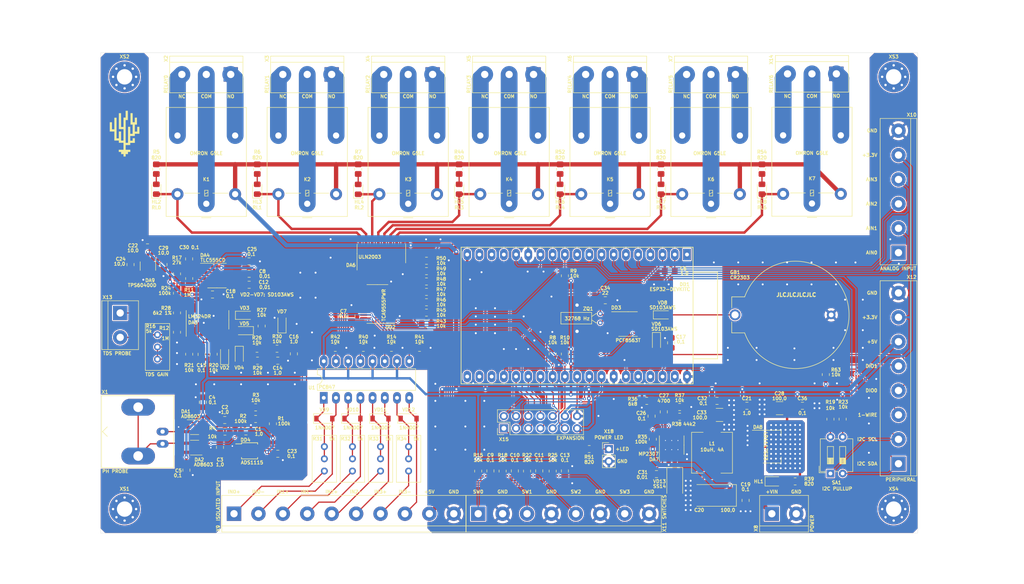
<source format=kicad_pcb>
(kicad_pcb (version 20221018) (generator pcbnew)
  (title_block (title "Greenhouse Hydro") (date "2021-09-20") (rev "F1") (company "UncleRus"))
  (layers (0 "F.Cu" signal) (31 "B.Cu" signal) (34 "B.Paste" user) (35 "F.Paste" user) (36 "B.SilkS" user "B.Silkscreen") (37 "F.SilkS" user "F.Silkscreen") (38 "B.Mask" user) (39 "F.Mask" user) (44 "Edge.Cuts" user))
  (net 0 "")
  (net 1 "GND")
  (net 2 "+5V")
  (net 3 "+3V3")
  (net 4 "/SWOUT")
  (net 5 "~{RST}")
  (net 6 "Net-(C14-Pad1)")
  (net 7 "SW0")
  (net 8 "SW1")
  (net 9 "SW2")
  (net 10 "SW3")
  (net 11 "Net-(C26-Pad1)")
  (net 12 "Net-(C27-Pad2)")
  (net 13 "/RLD0")
  (net 14 "/RLD1")
  (net 15 "/RLD2")
  (net 16 "/RLD3")
  (net 17 "/RLD4")
  (net 18 "/RLD5")
  (net 19 "Net-(DA7-Pad5)")
  (net 20 "IN3-")
  (net 21 "IN0")
  (net 22 "IN2-")
  (net 23 "IN1")
  (net 24 "IN1-")
  (net 25 "IN2")
  (net 26 "IN0-")
  (net 27 "IN3")
  (net 28 "1WIRE")
  (net 29 "GPIO4")
  (net 30 "I2C_SDA0")
  (net 31 "I2C_SCL0")
  (net 32 "SPI_CS")
  (net 33 "SPI_CLK")
  (net 34 "DIO0")
  (net 35 "I2C_SCL1")
  (net 36 "SPI_DC")
  (net 37 "DIO1")
  (net 38 "I2C_SDA1")
  (net 39 "SPI_MOSI")
  (net 40 "AIN3")
  (net 41 "AIN2")
  (net 42 "AIN1")
  (net 43 "AIN0")
  (net 44 "Net-(HL1-Pad2)")
  (net 45 "RLNC0")
  (net 46 "RLCOM0")
  (net 47 "RLNC1")
  (net 48 "RLCOM1")
  (net 49 "RLNC2")
  (net 50 "RLCOM2")
  (net 51 "RLNC3")
  (net 52 "RLCOM3")
  (net 53 "RLNC4")
  (net 54 "RLCOM4")
  (net 55 "RLNC5")
  (net 56 "RLCOM5")
  (net 57 "Net-(C1-Pad2)")
  (net 58 "IN0+")
  (net 59 "IN1+")
  (net 60 "IN2+")
  (net 61 "IN3+")
  (net 62 "Net-(DA3-Pad1)")
  (net 63 "RLNO0")
  (net 64 "RLNO1")
  (net 65 "RLNO2")
  (net 66 "RLNO3")
  (net 67 "RLNO4")
  (net 68 "RLNO5")
  (net 69 "Net-(DA3-Pad5)")
  (net 70 "Net-(DA3-Pad6)")
  (net 71 "Net-(DA3-Pad7)")
  (net 72 "Net-(C2-Pad2)")
  (net 73 "Net-(C8-Pad1)")
  (net 74 "Net-(C12-Pad2)")
  (net 75 "TDS_OUT")
  (net 76 "Net-(C24-Pad1)")
  (net 77 "Net-(C24-Pad2)")
  (net 78 "Net-(C27-Pad1)")
  (net 79 "Net-(C31-Pad2)")
  (net 80 "Net-(C3-Pad1)")
  (net 81 "Net-(DA3-Pad8)")
  (net 82 "Net-(DA3-Pad9)")
  (net 83 "Net-(DA3-Pad13)")
  (net 84 "Net-(DA4-Pad3)")
  (net 85 "RL0")
  (net 86 "RL1")
  (net 87 "RL2")
  (net 88 "RL3")
  (net 89 "RL4")
  (net 90 "RL5")
  (net 91 "Net-(DA7-Pad7)")
  (net 92 "~{GPIOINT}")
  (net 93 "Net-(DA1-Pad1)")
  (net 94 "Net-(DD3-Pad8)")
  (net 95 "Net-(DD3-Pad2)")
  (net 96 "Net-(GB1-Pad1)")
  (net 97 "Net-(DA1-Pad3)")
  (net 98 "Net-(R19-Pad2)")
  (net 99 "Net-(R23-Pad2)")
  (net 100 "Net-(R26-Pad1)")
  (net 101 "TDS_SENSE")
  (net 102 "TDS_DRV")
  (net 103 "Net-(C34-Pad1)")
  (net 104 "Net-(R51-Pad1)")
  (net 105 "-3V3")
  (net 106 "+Vin")
  (net 108 "RL6")
  (net 109 "/RLD6")
  (net 124 "RLCOM6")
  (net 125 "RLNO6")
  (net 126 "RLNC6")
  (net 127 "Net-(R31-Pad2)")
  (net 128 "Net-(R32-Pad2)")
  (net 129 "Net-(R33-Pad2)")
  (net 130 "Net-(R34-Pad2)")
  (net 134 "Net-(R1-Pad1)")
  (net 139 "Net-(HL2-Pad2)")
  (net 140 "Net-(HL3-Pad2)")
  (net 141 "Net-(HL4-Pad2)")
  (net 142 "Net-(HL5-Pad2)")
  (net 143 "Net-(HL6-Pad2)")
  (net 144 "Net-(HL7-Pad2)")
  (net 145 "Net-(HL8-Pad2)")
  (net 146 "GPIO2")
  (net 148 "GPIO0")
  (net 149 "GPIO36")
  (footprint "Capacitor_SMD:C_0805_2012Metric_Pad1.18x1.45mm_HandSolder" (layer "F.Cu") (at 133.6425 123.0745 90)
    (fp_text reference "C9")
    (fp_text value "0,1")
  )
  (footprint "Relay_THT:Relay_SPDT_Omron-G5LE-1" (layer "F.Cu") (at 74.5365 67.444 180)
    (fp_text reference "K1")
    (fp_text value "OMRON G5LE")
  )
  (footprint "Resistor_SMD:R_0805_2012Metric_Pad1.20x1.40mm_HandSolder" (layer "F.Cu") (at 136.1825 123.112 -90)
    (fp_text reference "R18")
    (fp_text value "10k")
  )
  (footprint "Potentiometer_THT:Potentiometer_Bourns_3296W_Vertical" (layer "F.Cu") (at 104.9405 123.096 -90)
    (fp_text reference "R32")
    (fp_text value "5k")
  )
  (footprint "Potentiometer_THT:Potentiometer_Bourns_3296W_Vertical" (layer "F.Cu") (at 116.6245 123.096 -90)
    (fp_text reference "R34")
    (fp_text value "5k")
  )
  (footprint "Diode_SMD:D_SOD-123" (layer "F.Cu") (at 104.9405 112.174)
    (fp_text reference "VD10")
    (fp_text value "1N4007")
  )
  (footprint "Diode_SMD:D_SOD-123" (layer "F.Cu") (at 110.7825 112.174)
    (fp_text reference "VD11")
    (fp_text value "1N4007")
  )
  (footprint "Potentiometer_THT:Potentiometer_Bourns_3296W_Vertical" (layer "F.Cu") (at 110.7825 123.096 -90)
    (fp_text reference "R33")
    (fp_text value "5k")
  )
  (footprint "Diode_SMD:D_SOD-123" (layer "F.Cu") (at 116.6245 112.174)
    (fp_text reference "VD12")
    (fp_text value "1N4007")
  )
  (footprint "Capacitor_SMD:C_0805_2012Metric_Pad1.18x1.45mm_HandSolder" (layer "F.Cu") (at 170.959 81.44 180)
    (fp_text reference "C6")
    (fp_text value "1,0")
  )
  (footprint "Package_TO_SOT_SMD:SOT-223-3_TabPin2" (layer "F.Cu") (at 192.2109 118.02)
    (fp_text reference "DA8")
    (fp_text value "LD1117S33")
  )
  (footprint "greenhouse:BAT_BS-7" (layer "F.Cu") (at 194.5365 90.584 180)
    (fp_text reference "GB1")
    (fp_text value "CR2303")
  )
  (footprint "Capacitor_SMD:C_0805_2012Metric_Pad1.18x1.45mm_HandSolder" (layer "F.Cu") (at 138.7225 123.0745 90)
    (fp_text reference "C10")
    (fp_text value "0,1")
  )
  (footprint "Relay_THT:Relay_SPDT_Omron-G5LE-1" (layer "F.Cu") (at 95.5365 67.444 180)
    (fp_text reference "K2")
    (fp_text value "OMRON G5LE")
  )
  (footprint "Capacitor_SMD:C_0805_2012Metric_Pad1.18x1.45mm_HandSolder" (layer "F.Cu") (at 169.7105 110.777 -90)
    (fp_text reference "C27")
    (fp_text value "4700")
  )
  (footprint "Capacitor_SMD:C_0805_2012Metric_Pad1.18x1.45mm_HandSolder" (layer "F.Cu") (at 168.1865 123.731 180)
    (fp_text reference "C31")
    (fp_text value "0,01")
  )
  (footprint "Capacitor_SMD:C_1210_3225Metric_Pad1.33x2.70mm_HandSolder" (layer "F.Cu") (at 181.306 111.412)
    (fp_text reference "C33")
    (fp_text value "100,0")
  )
  (footprint "Package_SO:HSOP-8-1EP_3.9x4.9mm_P1.27mm_EP2.41x3.1mm_ThermalVias" (layer "F.Cu") (at 171.3579 117.6942 90)
    (fp_text reference "DA7")
    (fp_text value "MP2307")
  )
  (footprint "greenhouse:L_0808" (layer "F.Cu") (at 179.7435 119.286 90)
    (fp_text reference "L1")
    (fp_text value "10uH, 4A")
  )
  (footprint "Resistor_SMD:R_0805_2012Metric_Pad1.20x1.40mm_HandSolder" (layer "F.Cu") (at 166.1705 108.491 180)
    (fp_text reference "R36")
    (fp_text value "6k8")
  )
  (footprint "Resistor_SMD:R_0805_2012Metric_Pad1.20x1.40mm_HandSolder" (layer "F.Cu") (at 173.0125 111.793)
    (fp_text reference "R38")
    (fp_text value "44k2")
  )
  (footprint "Capacitor_SMD:C_0805_2012Metric_Pad1.18x1.45mm_HandSolder" (layer "F.Cu") (at 167.1705 111.666 90)
    (fp_text reference "C26")
    (fp_text value "0,1")
  )
  (footprint "Resistor_SMD:R_0805_2012Metric_Pad1.20x1.40mm_HandSolder" (layer "F.Cu") (at 167.4245 116.476 90)
    (fp_text reference "R35")
    (fp_text value "100k")
  )
  (footprint "Resistor_SMD:R_0805_2012Metric_Pad1.20x1.40mm_HandSolder" (layer "F.Cu") (at 173.0125 109.761)
    (fp_text reference "R37")
    (fp_text value "10k")
  )
  (footprint "Capacitor_SMD:C_0805_2012Metric_Pad1.18x1.45mm_HandSolder" (layer "F.Cu") (at 83.448 82.0236)
    (fp_text reference "C8")
    (fp_text value "0,01")
  )
  (footprint "Capacitor_SMD:C_0805_2012Metric_Pad1.18x1.45mm_HandSolder" (layer "F.Cu") (at 143.8025 123.0745 90)
    (fp_text reference "C11")
    (fp_text value "0,1")
  )
  (footprint "Capacitor_SMD:C_0805_2012Metric_Pad1.18x1.45mm_HandSolder" (layer "F.Cu") (at 83.448 84.3096 180)
    (fp_text reference "C12")
    (fp_text value "0,01")
  )
  (footprint "Capacitor_SMD:C_0805_2012Metric_Pad1.18x1.45mm_HandSolder" (layer "F.Cu") (at 149.1365 123.0745 90)
    (fp_text reference "C13")
    (fp_text value "0,1")
  )
  (footprint "Capacitor_SMD:C_0805_2012Metric_Pad1.18x1.45mm_HandSolder" (layer "F.Cu") (at 89.4039 100.1192)
    (fp_text reference "C14")
    (fp_text value "1,0")
  )
  (footprint "Capacitor_SMD:C_0805_2012Metric_Pad1.18x1.45mm_HandSolder" (layer "F.Cu") (at 73.5635 98.8091 -90)
    (fp_text reference "C15")
    (fp_text value "0,1")
  )
  (footprint "Capacitor_SMD:C_0805_2012Metric_Pad1.18x1.45mm_HandSolder" (layer "F.Cu") (at 92.7567 98.6968 -90)
    (fp_text reference "C16")
    (fp_text value "1,0")
  )
  (footprint "Capacitor_SMD:C_0805_2012Metric_Pad1.18x1.45mm_HandSolder" (layer "F.Cu") (at 75.828 86.3416)
    (fp_text reference "C18")
    (fp_text value "0,1")
  )
  (footprint "Capacitor_SMD:C_0805_2012Metric_Pad1.18x1.45mm_HandSolder" (layer "F.Cu") (at 62.306 76.5316 180)
    (fp_text reference "C22")
    (fp_text value "10,0")
  )
  (footprint "Capacitor_SMD:C_0805_2012Metric_Pad1.18x1.45mm_HandSolder" (layer "F.Cu") (at 58.7715 80.1091 90)
    (fp_text reference "C24")
    (fp_text value "10,0")
  )
  (footprint "Capacitor_SMD:C_0805_2012Metric_Pad1.18x1.45mm_HandSolder" (layer "F.Cu") (at 65.6295 80.1091 -90)
    (fp_text reference "C29")
    (fp_text value "10,0")
  )
  (footprint "Package_SO:SOIC-14_3.9x8.7mm_P1.27mm" (layer "F.Cu") (at 74.7905 91.6106 90)
    (fp_text reference "DA3")
    (fp_text value "LM324DR")
  )
  (footprint "Package_SO:SOIC-8_3.9x4.9mm_P1.27mm" (layer "F.Cu") (at 76.7575 82.4046)
    (fp_text reference "DA4")
    (fp_text value "TLC555CD")
  )
  (footprint "Package_SO:SOIC-16_3.9x9.9mm_P1.27mm" (layer "F.Cu") (at 110.9565 77.819 90)
    (fp_text reference "DA6")
    (fp_text value "ULN2003")
  )
  (footprint "Package_TO_SOT_SMD:SOT-23-5_HandSoldering" (layer "F.Cu") (at 62.3935 80.4216 -90)
    (fp_text reference "DA9")
    (fp_text value "TPS60400D")
  )
  (footprint "LED_SMD:LED_0805_2012Metric_Pad1.15x1.40mm_HandSolder" (layer "F.Cu") (at 192.6365 125.255)
    (fp_text reference "HL1")
    (fp_text value "POWER" hide)
  )
  (footprint "Relay_THT:Relay_SPDT_Omron-G5LE-1" (layer "F.Cu") (at 116.5365 67.444 180)
    (fp_text reference "K3")
    (fp_text value "OMRON G5LE")
  )
  (footprint "Relay_THT:Relay_SPDT_Omron-G5LE-1" (layer "F.Cu") (at 137.5365 67.444 180)
    (fp_text reference "K4")
    (fp_text value "OMRON G5LE")
  )
  (footprint "Relay_THT:Relay_SPDT_Omron-G5LE-1" (layer "F.Cu") (at 158.5365 67.444 180)
    (fp_text reference "K5")
    (fp_text value "OMRON G5LE")
  )
  (footprint "Relay_THT:Relay_SPDT_Omron-G5LE-1" (layer "F.Cu") (at 179.5365 67.444 180)
    (fp_text reference "K6")
    (fp_text value "OMRON G5LE")
  )
  (footprint "Resistor_SMD:R_0805_2012Metric_Pad1.20x1.40mm_HandSolder" (layer "F.Cu") (at 146.5965 98.728 -90)
    (fp_text reference "R8")
    (fp_text value "10k")
  )
  (footprint "Resistor_SMD:R_0805_2012Metric_Pad1.20x1.40mm_HandSolder" (layer "F.Cu") (at 149.1365 98.728 -90)
    (fp_text reference "R10")
    (fp_text value "10k")
  )
  (footprint "Resistor_SMD:R_0805_2012Metric_Pad1.20x1.40mm_HandSolder" (layer "F.Cu") (at 70.9805 83.0236 -90)
    (fp_text reference "R11")
    (fp_text value "1M")
  )
  (footprint "Resistor_SMD:R_0805_2012Metric_Pad1.20x1.40mm_HandSolder" (layer "F.Cu") (at 68.4405 94.1996 -90)
    (fp_text reference "R12")
    (fp_text value "1M")
  )
  (footprint "Resistor_SMD:R_0805_2012Metric_Pad1.20x1.40mm_HandSolder" (layer "F.Cu") (at 68.4405 82.0396 90)
    (fp_text reference "R17")
    (fp_text value "27k")
  )
  (footprint "Resistor_SMD:R_0805_2012Metric_Pad1.20x1.40mm_HandSolder" (layer "F.Cu") (at 76.0605 98.7716 -90)
    (fp_text reference "R20")
    (fp_text value "10k")
  )
  (footprint "Resistor_SMD:R_0805_2012Metric_Pad1.20x1.40mm_HandSolder" (layer "F.Cu") (at 70.9805 98.7716 -90)
    (fp_text reference "R21")
    (fp_text value "10k")
  )
  (footprint "Resistor_SMD:R_0805_2012Metric_Pad1.20x1.40mm_HandSolder" (layer "F.Cu") (at 146.5965 123.112 -90)
    (fp_text reference "R25")
    (fp_text value "10k")
  )
  (footprint "Resistor_SMD:R_0805_2012Metric_Pad1.20x1.40mm_HandSolder" (layer "F.Cu") (at 86.0511 92.9056 90)
    (fp_text reference "R27")
    (fp_text value "10k")
  )
  (footprint "Resistor_SMD:R_0805_2012Metric_Pad1.20x1.40mm_HandSolder" (layer "F.Cu") (at 85.1875 100.1192 180)
    (fp_text reference "R29")
    (fp_text value "10k")
  )
  (footprint "Resistor_SMD:R_0805_2012Metric_Pad1.20x1.40mm_HandSolder" (layer "F.Cu") (at 89.2515 97.63 180)
    (fp_text reference "R30")
    (fp_text value "10k")
  )
  (footprint "TerminalBlock:TerminalBlock_bornier-3_P5.08mm" (layer "F.Cu") (at 79.6165 40.52 180)
    (fp_text reference "X2")
    (fp_text value "RELAY0")
  )
  (footprint "TerminalBlock:TerminalBlock_bornier-6_P5.08mm" (layer "F.Cu") (at 218.5365 77.63 90)
    (fp_text reference "X10")
    (fp_text value "ANALOG INPUT")
  )
  (footprint "greenhouse:TerminalBlock_bornier-8_P5.08mm" (layer "F.Cu") (at 131.1025 131.986)
    (fp_text reference "X11")
    (fp_text value "SWITCHES")
  )
  (footprint "greenhouse:TerminalBlock_bornier-8_P5.08mm" (layer "F.Cu") (at 218.5365 121.572 90)
    (fp_text reference "X12")
    (fp_text value "PERIPHERAL")
  )
  (footprint "TerminalBlock:TerminalBlock_bornier-2_P5.08mm" (layer "F.Cu") (at 192.1895 131.986)
    (fp_text reference "X8")
    (fp_text value "POWER")
  )
  (footprint "Connector_PinHeader_2.54mm:PinHeader_2x07_P2.54mm_Vertical" (layer "F.Cu") (at 136.4365 114.206 90)
    (fp_text reference "X15")
    (fp_text value "EXPANSION")
  )
  (footprint "TerminalBlock:TerminalBlock_bornier-2_P5.08mm" (layer "F.Cu") (at 56.6225 90.1856 -90)
    (fp_text reference "X13")
    (fp_text value "TDS PROBE")
  )
  (footprint "Resistor_SMD:R_0805_2012Metric_Pad1.20x1.40mm_HandSolder" (layer "F.Cu") (at 141.2625 123.112 -90)
    (fp_text reference "R22")
    (fp_text value "10k")
  )
  (footprint "Resistor_SMD:R_0805_2012Metric_Pad1.20x1.40mm_HandSolder" (layer "F.Cu") (at 206.9215 112.294 -90)
    (fp_text reference "R23")
    (fp_text value "10k")
  )
  (footprint "Resistor_SMD:R_0805_2012Metric_Pad1.20x1.40mm_HandSolder" (layer "F.Cu") (at 204.3815 112.294 -90)
    (fp_text reference "R19")
    (fp_text value "10k")
  )
  (footprint "Resistor_SMD:R_0805_2012Metric_Pad1.20x1.40mm_HandSolder" (layer "F.Cu") (at 68.4405 90.1676 90)
    (fp_text reference "R28")
    (fp_text value "6k2 1%")
  )
  (footprint "greenhouse:ESP32-DEVKITC" (layer "F.Cu") (at 174.5365 78.02 -90)
    (fp_text reference "DD1")
    (fp_text value "ESP32-DEVKITC")
  )
  (footprint "Capacitor_SMD:C_1210_3225Metric_Pad1.33x2.70mm_HandSolder" (layer "F.Cu") (at 193.7984 110.015 180)
    (fp_text reference "C28")
    (fp_text value "100,0")
  )
  (footprint "Capacitor_SMD:C_0805_2012Metric_Pad1.18x1.45mm_HandSolder" (layer "F.Cu") (at 186.7285 129.2135 -90)
    (fp_text reference "C19")
    (fp_text value "0,1")
  )
  (footprint "Diode_SMD:D_SOD-123" (layer "F.Cu") (at 99.0985 112.174)
    (fp_text reference "VD9")
    (fp_text value "1N4007")
  )
  (footprint "Potentiometer_THT:Potentiometer_Bourns_3296W_Vertical" (layer "F.Cu") (at 99.0985 123.096 -90)
    (fp_text reference "R31")
    (fp_text value "5k")
  )
  (footprint "Capacitor_SMD:C_0805_2012Metric_Pad1.18x1.45mm_HandSolder" (layer "F.Cu") (at 180.781 108.491)
    (fp_text reference "C32")
    (fp_text value "0,1")
  )
  (footprint "greenhouse:gh_logo" (layer "F.Cu") (at 57.5365 52.844)
    (fp_text reference "G***" hide)
    (fp_text value "LOGO" hide)
  )
  (footprint "Diode_SMD:D_SOD-323_HandSoldering" (layer "F.Cu") (at 90.2845 92.4484 90)
    (fp_text reference "VD7")
    (fp_text value "SD103AWS" hide)
  )
  (footprint "Capacitor_SMD:C_0805_2012Metric_Pad1.18x1.45mm_HandSolder" (layer "F.Cu") (at 187.004 109.507)
    (fp_text reference "C21")
    (fp_text value "1,0")
  )
  (footprint "Resistor_SMD:R_0805_2012Metric_Pad1.20x1.40mm_HandSolder" (layer "F.Cu") (at 197.0365 125.255 180)
    (fp_text reference "R39")
    (fp_text value "820")
  )
  (footprint "Diode_SMD:D_SMA" (layer "F.Cu") (at 171.9965 125.763 -90)
    (fp_text reference "VD13")
    (fp_text value "SS14")
  )
  (footprint "Capacitor_SMD:C_0805_2012Metric_Pad1.18x1.45mm_HandSolder" (layer "F.Cu") (at 171.2345 96.4045 90)
    (fp_text reference "C17")
    (fp_text value "0,1")
  )
  (footprint "Package_SO:TSSOP-24_4.4x7.8mm_P0.65mm" (layer "F.Cu") (at 110.136 88.317 180)
    (fp_text reference "DD2")
    (fp_text value "TCA9555PWR")
  )
  (footprint "Package_SO:SOIC-8_3.9x4.9mm_P1.27mm" (layer "F.Cu") (at 162.2795 92.489)
    (fp_text reference "DD3")
    (fp_text value "PCF8563T")
  )
  (footprint "Resistor_SMD:R_0805_2012Metric_Pad1.20x1.40mm_HandSolder" (layer "F.Cu") (at 149.1365 82.44 90)
    (fp_text reference "R9")
    (fp_text value "10k")
  )
  (footprint "Diode_SMD:D_SOD-323_HandSoldering" (layer "F.Cu") (at 78.3465 99.0216 90)
    (fp_text reference "VD2")
    (fp_text value "SD103AWS" hide)
  )
  (footprint "Diode_SMD:D_SOD-323_HandSoldering" (layer "F.Cu") (at 82.4951 90.6704)
    (fp_text reference "VD3")
    (fp_text value "SD103AWS" hide)
  )
  (footprint "Diode_SMD:D_SOD-323_HandSoldering" (layer "F.Cu") (at 81.3945 99.0216 -90)
    (fp_text reference "VD4")
    (fp_text value "SD103AWS" hide)
  )
  (footprint "Diode_SMD:D_SOD-323_HandSoldering" (layer "F.Cu") (at 82.4443 93.8708 180)
    (fp_text reference "VD5")
    (fp_text value "SD103AWS" hide)
  )
  (footprint "greenhouse:TerminalBlock_bornier-10_P5.08mm" (layer "F.Cu") (at 80.3025 131.986)
    (fp_text reference "X9")
    (fp_text value "ISOLATED INPUT")
  )
  (footprint "Capacitor_Tantalum_SMD:CP_EIA-7343-31_Kemet-D_Pad2.25x2.55mm_HandSolder" (layer "F.Cu") (at 180.2265 128.176 180)
    (fp_text reference "C20")
    (fp_text value "100,0")
  )
  (footprint "Resistor_SMD:R_0805_2012Metric_Pad1.20x1.40mm_HandSolder" (layer "F.Cu") (at 68.4405 86.0716 90)
    (fp_text reference "R24")
    (fp_text value "100k")
  )
  (footprint "Crystal:Crystal_DS26_D2.0mm_L6.0mm_Horizontal" (layer "F.Cu") (at 156.5025 90.33 -90)
    (fp_text reference "ZQ1")
    (fp_text value "32768 Hz")
  )
  (footprint "Resistor_SMD:R_0805_2012Metric_Pad1.20x1.40mm_HandSolder" (layer "F.Cu") (at 85.0859 97.63 180)
    (fp_text reference "R26")
    (fp_text value "10k")
  )
  (footprint "Resistor_SMD:R_0805_2012Metric_Pad1.20x1.40mm_HandSolder" (layer "F.Cu") (at 131.1025 123.112 -90)
    (fp_text reference "R15")
    (fp_text value "10k")
  )
  (footprint "Capacitor_SMD:C_0805_2012Metric_Pad1.18x1.45mm_HandSolder" (layer "F.Cu") (at 157.54 87.536)
    (fp_text reference "C34")
    (fp_text value "22")
  )
  (footprint "Diode_SMD:D_SOD-323_HandSoldering" (layer "F.Cu") (at 168.1865 96.152 -90)
    (fp_text reference "VD6")
    (fp_text value "SD103AWS")
  )
  (footprint "Diode_SMD:D_SOD-323_HandSoldering" (layer "F.Cu") (at 169.4365 90.584)
    (fp_text reference "VD8")
    (fp_text value "SD103AWS")
  )
  (footprint "Resistor_SMD:R_0805_2012Metric_Pad1.20x1.40mm_HandSolder" (layer "F.Cu") (at 113.0525 97.442)
    (fp_text reference "R14")
    (fp_text value "10k")
  )
  (footprint "Resistor_SMD:R_0805_2012Metric_Pad1.20x1.40mm_HandSolder" (layer "F.Cu") (at 107.2105 97.442)
    (fp_text reference "R40")
    (fp_text value "10k")
  )
  (footprint "Resistor_SMD:R_0805_2012Metric_Pad1.20x1.40mm_HandSolder" (layer "F.Cu") (at 101.3685 97.442)
    (fp_text reference "R42")
    (fp_text value "10k")
  )
  (footprint "Resistor_SMD:R_0805_2012Metric_Pad1.20x1.40mm_HandSolder" (layer "F.Cu") (at 118.8945 97.442)
    (fp_text reference "R41")
    (fp_text value "10k")
  )
  (footprint "Capacitor_SMD:C_0805_2012Metric_Pad1.18x1.45mm_HandSolder" (layer "F.Cu") (at 104.7335 90.8165 90)
    (fp_text reference "C7")
    (fp_text value "0,1")
  )
  (footprint "Potentiometer_THT:Potentiometer_Bourns_3296W_Vertical" (layer "F.Cu") (at 64.3765 94.7236 90)
    (fp_text reference "R16")
    (fp_text value "5k")
  )
  (footprint "TerminalBlock:TerminalBlock_bornier-3_P5.08mm" (layer "F.Cu") (at 100.6165 40.52 180)
    (fp_text reference "X3")
    (fp_text value "RELAY1")
  )
  (footprint "TerminalBlock:TerminalBlock_bornier-3_P5.08mm" (layer "F.Cu") (at 121.6165 40.52 180)
    (fp_text reference "X4")
    (fp_text value "RELAY2")
  )
  (footprint "TerminalBlock:TerminalBlock_bornier-3_P5.08mm" (layer "F.Cu") (at 142.6165 40.52 180)
    (fp_text reference "X5")
    (fp_text value "RELAY3")
  )
  (footprint "TerminalBlock:TerminalBlock_bornier-3_P5.08mm" (layer "F.Cu") (at 163.6165 40.52 180)
    (fp_text reference "X6")
    (fp_text value "RELAY4")
  )
  (footprint "TerminalBlock:TerminalBlock_bornier-3_P5.08mm" (layer "F.Cu") (at 184.6165 40.52 180)
    (fp_text reference "X7")
    (fp_text value "RELAY5")
  )
  (footprint "Package_DIP:DIP-16_W7.62mm_LongPads" (layer "F.Cu") (at 98.9715 107.856 90)
    (fp_text reference "U1")
    (fp_text value "PC847")
  )
  (footprint "MountingHole:MountingHole_3.2mm_M3_Pad_Via" (layer "F.Cu") (at 217.5365 41.02)
    (fp_text reference "XS3")
    (fp_text value "M3 3.2mm" hide)
  )
  (footprint "LED_SMD:LED_0805_2012Metric_Pad1.15x1.40mm_HandSolder" (layer "F.Cu") (at 64.1365 64.419 90)
    (fp_text reference "HL2")
    (fp_text value "RL0")
  )
  (footprint "Resistor_SMD:R_0805_2012Metric_Pad1.20x1.40mm_HandSolder" (layer "F.Cu") (at 154.2005 118.524 180)
    (fp_text reference "R51")
    (fp_text value "820")
  )
  (footprint "Capacitor_SMD:C_0805_2012Metric_Pad1.18x1.45mm_HandSolder" (layer "F.Cu") (at 83.431 79.4436)
    (fp_text reference "C25")
    (fp_text value "0,1")
  )
  (footprint "TerminalBlock:TerminalBlock_bornier-3_P5.08mm" (layer "F.Cu") (at 205.6165 40.394 180)
    (fp_text reference "X14")
    (fp_text value "RELAY6")
  )
  (footprint "Capacitor_SMD:C_0805_2012Metric_Pad1.18x1.45mm_HandSolder" (layer "F.Cu") (at 70.3963 122.9137 -90)
    (fp_text reference "C5")
    (fp_text value "0,1")
  )
  (footprint "LED_SMD:LED_0805_2012Metric_Pad1.15x1.40mm_HandSolder" (layer "F.Cu") (at 148.1365 64.419 90)
    (fp_text reference "HL6")
    (fp_text value "RL4")
  )
  (footprint "Resistor_SMD:R_0805_2012Metric_Pad1.20x1.40mm_HandSolder" (layer "F.Cu") (at 120.3423 87.9514)
    (fp_text reference "R46")
    (fp_text value "10k")
  )
  (footprint "Resistor_SMD:R_0805_2012Metric_Pad1.20x1.40mm_HandSolder" (layer "F.Cu") (at 120.3423 81.4744)
    (fp_text reference "R49")
    (fp_text value "10k")
  )
  (footprint "Resistor_SMD:R_0805_2012Metric_Pad1.20x1.40mm_HandSolder" (layer "F.Cu") (at 169.1365 60.244 -90)
    (fp_text reference "R53")
    (fp_text value "820")
  )
  (footprint "Resistor_SMD:R_0805_2012Metric_Pad1.20x1.40mm_HandSolder" (layer "F.Cu") (at 64.1365 60.244 -90)
    (fp_text reference "R5")
    (fp_text value "820")
  )
  (footprint "Resistor_SMD:R_0805_2012Metric_Pad1.20x1.40mm_HandSolder" (layer "F.Cu") (at 120.3423 85.7924)
    (fp_text reference "R47")
    (fp_text value "10k")
  )
  (footprint "LED_SMD:LED_0805_2012Metric_Pad1.15x1.40mm_HandSolder" (layer "F.Cu") (at 106.1365 64.444 90)
    (fp_text reference "HL4")
    (fp_text value "RL2")
  )
  (footprint "Resistor_SMD:R_0805_2012Metric_Pad1.20x1.40mm_HandSolder" (layer "F.Cu") (at 120.3423 79.3154)
    (fp_text reference "R50")
    (fp_text value "10k")
  )
  (footprint "Resistor_SMD:R_0805_2012Metric_Pad1.20x1.40mm_HandSolder" (layer "F.Cu") (at 190.1365 60.244 -90)
    (fp_text reference "R54")
    (fp_text value "820")
  )
  (footprint "Capacitor_SMD:C_0805_2012Metric_Pad1.18x1.45mm_HandSolder" (layer "F.Cu") (at 70.9635 78.9356 90)
    (fp_text reference "C30")
    (fp_text value "0,1")
  )
  (footprint "LED_SMD:LED_0805_2012Metric_Pad1.15x1.40mm_HandSolder" (layer "F.Cu") (at 127.1365 64.419 90)
    (fp_text reference "HL5")
    (fp_text value "RL3")
  )
  (footprint "Connector_PinHeader_2.54mm:PinHeader_1x02_P2.54mm_Vertical" (layer "F.Cu") (at 158.2805 118.524)
    (fp_text reference "X18")
    (fp_text value "POWER LED")
  )
  (footprint "Resistor_SMD:R_0805_2012Metric_Pad1.20x1.40mm_HandSolder" (layer "F.Cu") (at 120.3423 92.3964)
    (fp_text reference "R43")
    (fp_text value "10k")
  )
  (footprint "Resistor_SMD:R_0805_2012Metric_Pad1.20x1.40mm_HandSolder" (layer "F.Cu") (at 120.3423 83.6334)
    (fp_text reference "R48")
    (fp_text value "10k")
  )
  (footprint "Resistor_SMD:R_0805_2012Metric_Pad1.20x1.40mm_HandSolder" (layer "F.Cu") (at 106.1365 60.244 -90)
    (fp_text reference "R7")
    (fp_text value "820")
  )
  (footprint "Capacitor_SMD:C_0805_2012Metric_Pad1.18x1.45mm_HandSolder" (layer "F.Cu") (at 77.3813 118.1717 90)
    (fp_text reference "C3")
    (fp_text value "1,0")
  )
  (footprint "Relay_THT:Relay_SPDT_Omron-G5LE-1" (layer "F.Cu") (at 200.5365 67.394 180)
    (fp_text reference "K7")
    (fp_text value "OMRON G5LE")
  )
  (footprint "Package_TO_SOT_SMD:TSOT-23-5_HandSoldering" (layer "F.Cu") (at 72.1063 118.2542 180)
    (fp_text reference "DA2")
    (fp_text value "AD8603")
  )
  (footprint "Connector_Coaxial:BNC_Amphenol_B6252HB-NPP3G-50_Horizontal" (layer "F.Cu") (at 65.4433 114.8912 90)
    (fp_text reference "X1")
    (fp_text value "PH PROBE")
  )
  (footprint "Resistor_SMD:R_0805_2012Metric_Pad1.20x1.40mm_HandSolder" (layer "F.Cu") (at 148.1365 60.244 -90)
    (fp_text reference "R52")
    (fp_text value "820")
  )
  (footprint "Capacitor_SMD:C_0805_2012Metric_Pad1.18x1.45mm_HandSolder" (layer "F.Cu") (at 78.3758 112.4782)
    (fp_text reference "C2")
    (fp_text value "1,0")
  )
  (footprint "MountingHole:MountingHole_3.2mm_M3_Pad_Via" (layer "F.Cu") (at 57.5365 131.02)
    (fp_text reference "XS1")
    (fp_text value "M3 3.2mm" hide)
  )
  (footprint "Resistor_SMD:R_0805_2012Metric_Pad1.20x1.40mm_HandSolder" (layer "F.Cu") (at 127.1365 60.244 -90)
    (fp_text reference "R44")
    (fp_text value "820")
  )
  (footprint "Resistor_SMD:R_0805_2012Metric_Pad1.20x1.40mm_HandSolder" (layer "F.Cu") (at 85.1365 60.244 -90)
    (fp_text reference "R6")
    (fp_text value "820")
  )
  (footprint "Resistor_SMD:R_0805_2012Metric_Pad1.20x1.40mm_HandSolder" (layer "F.Cu") (at 203.4125 103.014 90)
    (fp_text reference "R63")
    (fp_text value "10k")
  )
  (footprint "Resistor_SMD:R_0805_2012Metric_Pad1.20x1.40mm_HandSolder" (layer "F.Cu") (at 84.801 109.8454 180)
    (fp_text reference "R3")
    (fp_text value "10k")
  )
  (footprint "LED_SMD:LED_0805_2012Metric_Pad1.15x1.40mm_HandSolder" (layer "F.Cu") (at 85.1365 64.419 90)
    (fp_text reference "HL3")
    (fp_text value "RL1")
  )
  (footprint "Resistor_SMD:R_0805_2012Metric_Pad1.20x1.40mm_HandSolder" (layer "F.Cu") (at 78.4133 114.8912)
    (fp_text reference "R4")
    (fp_text value "10k")
  )
  (footprint "Resistor_SMD:R_0805_2012Metric_Pad1.20x1.40mm_HandSolder" (layer "F.Cu") (at 84.801 112.2584)
    (fp_text reference "R2")
    (fp_text value "100k")
  )
  (footprint "Capacitor_SMD:C_0805_2012Metric_Pad1.18x1.45mm_HandSolder" (layer "F.Cu") (at 198.547 109.507)
    (fp_text reference "C36")
    (fp_text value "0,1")
  )
  (footprint "Package_SO:MSOP-10_3x3mm_P0.5mm" (layer "F.Cu") (at 83.546207 118.893607)
    (fp_text reference "DD4")
    (fp_text value "ADS1115")
  )
  (footprint "Resistor_SMD:R_0805_2012Metric_Pad1.20x1.40mm_HandSolder" (layer "F.Cu") (at 120.3423 90.1104)
    (fp_text reference "R45")
    (fp_text value "10k")
  )
  (footprint "Capacitor_SMD:C_0805_2012Metric_Pad1.18x1.45mm_HandSolder" (layer "F.Cu") (at 73.8253 108.7737 90)
    (fp_text reference "C4")
    (fp_text value "0,1")
  )
  (footprint "MountingHole:MountingHole_3.2mm_M3_Pad_Via" (layer "F.Cu") (at 57.5365 41.02)
    (fp_text reference "XS2")
    (fp_text value "M3 3.2mm" hide)
  )
  (footprint "Button_Switch_THT:SW_DIP_SPSTx02_Slide_6.7x6.64mm_W7.62mm_P2.54mm_LowProfile" (layer "F.Cu") (at 204.3815 123.613 90)
    (fp_text reference "SA1")
    (fp_text value "I2C PULLUP")
  )
  (footprint "Resistor_SMD:R_0805_2012Metric_Pad1.20x1.40mm_HandSolder" (layer "F.Cu") (at 88.3918 113.2584 -90)
    (fp_text reference "R1")
    (fp_text value "100k")
  )
  (footprint "Capacitor_SMD:C_0805_2012Metric_Pad1.18x1.45mm_HandSolder" (layer "F.Cu") (at 89.409707 119.503207 180)
    (fp_text reference "C23")
    (fp_text value "0,1")
  )
  (footprint "LED_SMD:LED_0805_2012Metric_Pad1.15x1.40mm_HandSolder" (layer "F.Cu") (at 169.1365 64.419 90)
    (fp_text reference "HL7")
    (fp_text value "RL5")
  )
  (footprint "MountingHole:MountingHole_3.2mm_M3_Pad_Via" (layer "F.Cu") (at 217.5365 131.02)
    (fp_text reference "XS4")
    (fp_text value "M3 3.2mm" hide)
  )
  (footprint "Package_TO_SOT_SMD:TSOT-23-5_HandSoldering" (layer "F.Cu") (at 72.1063 113.9412)
    (fp_text reference "DA1")
    (fp_text value "AD8603")
  )
  (footprint "Capacitor_SMD:C_0805_2012Metric_Pad1.18x1.45mm_HandSolder" (layer "F.Cu") (at 82.7745 114.8492 180)
    (fp_text reference "C1")
    (fp_text value "1,0")
  )
  (footprint "LED_SMD:LED_0805_2012Metric_Pad1.15x1.40mm_HandSolder" (layer "F.Cu") (at 190.1365 64.419 90)
    (fp_text reference "HL8")
    (fp_text value "RL6")
  )
  (gr_rect (start 52.5365 36.02) (end 222.5365 136.02) (stroke (width 0.05)) (fill none) (layer "Edge.Cuts"))
  (gr_text "REV. DEV3.3" (at 68.6401 134.1148) (layer "F.Cu") (effects (font (size 1 1) (thickness 0.2))))
  (gr_text "JLCJLCJLCJLC" (at 197.2695 86.402) (layer "F.SilkS") (effects (font (size 0.8 0.8) (thickness 0.2))))
  (gr_text "VD2-VD7: SD103AWS" (at 87.1725 86.3656) (layer "F.SilkS") (effects (font (size 0.7 0.7))))
  (segment (start 79.959 117.8972) (end 81.342614 117.8972) (width 0.25) (layer "F.Cu") (net 1))
  (segment (start 68.7859 113.9412) (end 70.3963 113.9412) (width 0.25) (layer "F.Cu") (net 1))
  (segment (start 73.5205 87.3576) (end 73.5205 89.1356) (width 0.5) (layer "F.Cu") (net 1))
  (segment (start 75.4661 118.2542) (end 75.4763 118.244) (width 0.25) (layer "F.Cu") (net 1))
  (segment (start 92.3718 100.1192) (end 92.7567 99.7343) (width 0.5) (layer "F.Cu") (net 1))
  (segment (start 90.4414 100.1192) (end 92.3718 100.1192) (width 0.5) (layer "F.Cu") (net 1))
  (segment (start 73.5205 92.7706) (end 73.5205 94.0856) (width 0.5) (layer "F.Cu") (net 1))
  (segment (start 79.959 118.455422) (end 79.959 117.8972) (width 0.25) (layer "F.Cu") (net 1))
  (segment (start 81.346207 118.893607) (end 80.397185 118.893607) (width 0.25) (layer "F.Cu") (net 1))
  (segment (start 74.0115 92.2421) (end 74.0115 92.2796) (width 0.5) (layer "F.Cu") (net 1))
  (segment (start 74.0115 92.2796) (end 73.5205 92.7706) (width 0.5) (layer "F.Cu") (net 1))
  (segment (start 73.8163 118.2542) (end 75.4661 118.2542) (width 0.25) (layer "F.Cu") (net 1))
  (segment (start 76.0605 90.7866) (end 76.0605 89.1356) (width 0.5) (layer "F.Cu") (net 1))
  (segment (start 68.7707 113.926) (end 68.7859 113.9412) (width 0.25) (layer "F.Cu") (net 1))
  (segment (start 83.812 114.8492) (end 83.812 112.2694) (width 0.5) (layer "F.Cu") (net 1))
  (segment (start 80.397185 118.893607) (end 79.959 118.455422) (width 0.25) (layer "F.Cu") (net 1))
  (via (at 160.0585 87.536) (size 0.8) (drill 0.4) (layers "F.Cu" "B.Cu") (net 1))
  (via (at 169.9645 95.419) (size 0.8) (drill 0.4) (layers "F.Cu" "B.Cu") (net 1))
  (via (at 190.6655 110.269) (size 0.8) (drill 0.4) (layers "F.Cu" "B.Cu") (net 1))
  (via (at 190.6655 111.285) (size 0.8) (drill 0.4) (layers "F.Cu" "B.Cu") (net 1))
  (via (at 189.6495 104.844) (size 0.8) (drill 0.4) (layers "F.Cu" "B.Cu") (net 1))
  (via (at 201.0795 104.844) (size 0.8) (drill 0.4) (layers "F.Cu" "B.Cu") (net 1))
  (via (at 195.3645 84.234) (size 0.8) (drill 0.4) (layers "F.Cu" "B.Cu") (net 1))
  (via (at 190.2845 84.234) (size 0.8) (drill 0.4) (layers "F.Cu" "B.Cu") (net 1))
  (via (at 185.2045 84.234) (size 0.8) (drill 0.4) (layers "F.Cu" "B.Cu") (net 1))
  (via (at 200.4445 79.662) (size 0.8) (drill 0.4) (layers "F.Cu" "B.Cu") (net 1))
  (via (at 190.2845 79.662) (size 0.8) (drill 0.4) (layers "F.Cu" "B.Cu") (net 1))
  (via (at 180.1245 79.662) (size 0.8) (drill 0.4) (layers "F.Cu" "B.Cu") (net 1))
  (via (at 185.2045 79.662) (size 0.8) (drill 0.4) (layers "F.Cu" "B.Cu") (net 1))
  (via (at 195.3645 79.662) (size 0.8) (drill 0.4) (layers "F.Cu" "B.Cu") (net 1))
  (via (at 209.5885 79.671) (size 0.8) (drill 0.4) (layers "F.Cu" "B.Cu") (net 1))
  (via (at 104.7335 88.552) (size 0.8) (drill 0.4) (layers "F.Cu" "B.Cu") (net 1))
  (via (at 130.6 94.4) (size 0.8) (drill 0.4) (layers "F.Cu" "B.Cu") (net 1))
  (via (at 205.7365 104.844) (size 0.8) (drill 0.4) (layers "F.Cu" "B.Cu") (net 1))
  (via (at 205.7785 108.246) (size 0.8) (drill 0.4) (layers "F.Cu" "B.Cu") (net 1))
  (via (at 205.0165 99.982) (size 0.8) (drill 0.4) (layers "F.Cu" "B.Cu") (net 1))
  (via (at 212.3825 107.865) (size 0.8) (drill 0.4) (layers "F.Cu" "B.Cu") (net 1))
  (via (at 78.1335 86.3016) (size 0.8) (drill 0.4) (layers "F.Cu" "B.Cu") (net 1))
  (via (at 134.6 89.193) (size 0.8) (drill 0.4) (layers "F.Cu" "B.Cu") (net 1))
  (via (at 68.4405 98.5336) (size 0.8) (drill 0.4) (layers "F.Cu" "B.Cu") (net 1))
  (via (at 68.4405 100.8196) (size 0.8) (drill 0.4) (layers "F.Cu" "B.Cu") (net 1))
  (via (at 150.6605 122.08) (size 0.8) (drill 0.4) (layers "F.Cu" "B.Cu") (net 1))
  (via (at 150.6605 125.636) (size 0.8) (drill 0.4) (layers "F.Cu" "B.Cu") (net 1))
  (via (at 156.1177 111.62) (size 0.8) (drill 0.4) (layers "F.Cu" "B.Cu") (net 1))
  (via (at 189.0145 99.982) (size 0.8) (drill 0.4) (layers "F.Cu" "B.Cu") (net 1))
  (via (at 189.0145 97.442) (size 0.8) (drill 0.4) (layers "F.Cu" "B.Cu") (net 1))
  (via (at 205.0165 97.442) (size 0.8) (drill 0.4) (layers "F.Cu" "B.Cu") (net 1))
  (via (at 180.5055 104.844) (size 0.8) (drill 0.4) (layers "F.Cu" "B.Cu") (net 1))
  (via (at 161.5365 99.982) (size 0.8) (drill 0.4) (layers "F.Cu" "B.Cu") (net 1))
  (via (at 130.6 90.9075) (size 0.8) (drill 0.4) (layers "F.Cu" "B.Cu") (net 1))
  (via (at 140.564 90.9015) (size 0.8) (drill 0.4) (layers "F.Cu" "B.Cu") (net 1))
  (via (at 76.0605 90.7866) (size 0.8) (drill 0.4) (layers "F.Cu" "B.Cu") (net 1))
  (via (at 122.1869 104.9344) (size 0.8) (drill 0.4) (layers "F.Cu" "B.Cu") (net 1))
  (via (at 196.8885 99.982) (size 0.8) (drill 0.4) (layers "F.Cu" "B.Cu") (net 1))
  (via (at 196.8885 97.569) (size 0.8) (drill 0.4) (layers "F.Cu" "B.Cu") (net 1))
  (via (at 183.0453 97.442) (size 0.8) (drill 0.4) (layers "F.Cu" "B.Cu") (net 1))
  (via (at 183.0453 99.982) (size 0.8) (drill 0.4) (layers "F.Cu" "B.Cu") (net 1))
  (via (at 122.1869 108.491) (size 0.8) (drill 0.4) (layers "F.Cu" "B.Cu") (net 1))
  (via (at 144.0565 94.14) (size 0.8) (drill 0.4) (layers "F.Cu" "B.Cu") (net 1))
  (via (at 61.4385 83.2626) (size 0.8) (drill 0.4) (layers "F.Cu" "B.Cu") (net 1))
  (via (at 73.584 101.2006) (size 0.8) (drill 0.4) (layers "F.Cu" "B.Cu") (net 1))
  (via (at 190.6655 108.237) (size 0.8) (drill 0.4) (layers "F.Cu" "B.Cu") (net 1))
  (via (at 189.6495 109.253) (size 0.8) (drill 0.4) (layers "F.Cu" "B.Cu") (net 1))
  (via (at 189.6495 110.269) (size 0.8) (drill 0.4) (layers "F.Cu" "B.Cu") (net 1))
  (via (at 189.6495 111.285) (size 0.8) (drill 0.4) (layers "F.Cu" "B.Cu") (net 1))
  (via (at 189.6495 108.237) (size 0.8) (drill 0.4) (layers "F.Cu" "B.Cu") (net 1))
  (via (at 103.6705 97.442) (size 0.8) (drill 0.4) (layers "F.Cu" "B.Cu") (net 1))
  (via (at 109.5125 97.442) (size 0.8) (drill 0.4) (layers "F.Cu" "B.Cu") (net 1))
  (via (at 115.3545 97.442) (size 0.8) (drill 0.4) (layers "F.Cu" "B.Cu") (net 1))
  (via (at 121.1965 97.442) (size 0.8) (drill 0.4) (layers "F.Cu" "B.Cu") (net 1))
  (via (at 218.6055 79.925) (size 0.8) (drill 0.4) (layers "F.Cu" "B.Cu") (net 1))
  (via (at 182.2835 113.444) (size 0.8) (drill 0.4) (layers "F.Cu" "B.Cu") (net 1))
  (via (at 130.0609 104.8032) (size 0.8) (drill 0.4) (layers "F.Cu" "B.Cu") (net 1))
  (via (at 202.0815 108.999) (size 0.8) (drill 0.4) (layers "F.Cu" "B.Cu") (net 1))
  (via (at 131.7955 81.694) (size 0.8) (drill 0.4) (layers "F.Cu" "B.Cu") (net 1))
  (via (at 147.8665 100.998) (size 0.8) (drill 0.4) (layers "F.Cu" "B.Cu") (net 1))
  (via (at 187.1365 116.736) (size 0.8) (drill 0.4) (layers "F.Cu" "B.Cu") (net 1))
  (via (at 174.2825 128.176) (size 0.8) (drill 0.4) (layers "F.Cu" "B.Cu") (net 1))
  (via (at 92.9515 105.036) (size 0.8) (drill 0.4) (layers "F.Cu" "B.Cu") (net 1))
  (via (at 128.4355 113.825) (size 0.8) (drill 0.4) (layers "F.Cu" "B.Cu") (net 1))
  (via (at 175.2985 126.144) (size 0.8) (drill 0.4) (layers "F.Cu" "B.Cu") (net 1))
  (via (at 183.2995 113.444) (size 0.8) (drill 0.4) (layers "F.Cu" "B.Cu") (net 1))
  (via (at 146.5201 94.14) (size 0.8) (drill 0.4) (layers "F.Cu" "B.Cu") (net 1))
  (via (at 165.7365 104.844) (size 0.8) (drill 0.4) (layers "F.Cu" "B.Cu") (net 1))
  (via (at 211.1125 97.442) (size 0.8) (drill 0.4) (layers "F.Cu" "B.Cu") (net 1))
  (via (at 175.4255 109.761) (size 0.8) (drill 0.4) (layers "F.Cu" "B.Cu") (net 1))
  (via (at 76.1875 102.623) (size 0.8) (drill 0.4) (layers "F.Cu" "B.Cu") (net 1))
  (via (at 174.2825 126.144) (size 0.8) (drill 0.4) (layers "F.Cu" "B.Cu") (net 1))
  (via (at 182.2835 114.46) (size 0.8) (drill 0.4) (layers "F.Cu" "B.Cu") (net 1))
  (via (at 136.4365 97.696) (size 0.8) (drill 0.4) (layers "F.Cu" "B.Cu") (net 1))
  (via (at 115.4053 82.1094) (size 0.8) (drill 0.4) (layers "F.Cu" "B.Cu") (net 1))
  (via (at 158.0265 94.394) (size 0.8) (drill 0.4) (layers "F.Cu" "B.Cu") (net 1))
  (via (at 77.3267 110.8388) (size 0.8) (drill 0.4) (layers "F.Cu" "B.Cu") (net 1))
  (via (at 174.2825 127.16) (size 0.8) (drill 0.4) (layers "F.Cu" "B.Cu") (net 1))
  (via (at 94.0945 87.002) (size 0.8) (drill 0.4) (layers "F.Cu" "B.Cu") (net 1))
  (via (at 141.3895 81.567) (size 0.8) (drill 0.4) (layers "F.Cu" "B.Cu") (net 1))
  (via (at 175.2985 128.176) (size 0.8) (drill 0.4) (layers "F.Cu" "B.Cu") (net 1))
  (via (at 184.3155 113.444) (size 0.8) (drill 0.4) (layers "F.Cu" "B.Cu") (net 1))
  (via (at 132.3725 113.825) (size 0.8) (drill 0.4) (layers "F.Cu" "B.Cu") (net 1))
  (via (at 73.5205 87.3576) (size 0.8) (drill 0.4) (layers "F.Cu" "B.Cu") (net 1))
  (via (at 205.5245 84.234) (size 0.8) (drill 0.4) (layers "F.Cu" "B.Cu") (net 1))
  (via (at 200.4445 84.234) (size 0.8) (drill 0.4) (layers "F.Cu" "B.Cu") (net 1))
  (via (at 187.7445 131.478) (size 0.8) (drill 0.4) (layers "F.Cu" "B.Cu") (net 1))
  (via (at 88.7435 91.1784) (size 0.8) (drill 0.4) (layers "F.Cu" "B.Cu") (net 1))
  (via (at 97.2695 87.002) (size 0.8) (drill 0.4) (layers "F.Cu" "B.Cu") (net 1))
  (via (at 151.6625 88.552) (size 1.2) (drill 0.7) (layers "F.Cu" "B.Cu") (net 1))
  (via (at 128.4355 118.651) (size 0.8) (drill 0.4) (layers "F.Cu" "B.Cu") (net 1))
  (via (at 170.7265 84.234) (size 0.8) (drill 0.4) (layers "F.Cu" "B.Cu") (net 1))
  (via (at 207.4295 87.418) (size 0.8) (drill 0.4) (layers "F.Cu" "B.Cu") (net 1))
  (via (at 184.3155 111.412) (size 0.8) (drill 0.4) (layers "F.Cu" "B.Cu") (net 1))
  (via (at 91.5375 100.1192) (size 0.8) (drill 0.4) (layers "F.Cu" "B.Cu") (net 1))
  (via (at 174.2825 130.208) (size 0.8) (drill 0.4) (layers "F.Cu" "B.Cu") (net 1))
  (via (at 97.2695 81.795) (size 0.8) (drill 0.4) (layers "F.Cu" "B.Cu") (net 1))
  (via (at 202.0815 110.015) (size 0.8) (drill 0.4) (layers "F.Cu" "B.Cu") (net 1))
  (via (at 65.6295 82.5006) (size 0.8) (drill 0.4) (layers "F.Cu" "B.Cu") (net 1))
  (via (at 187.1365 113.688) (size 0.8) (drill 0.4) (layers "F.Cu" "B.Cu") (net 1))
  (via (at 138.9765 97.696) (size 0.8) (drill 0.4) (layers "F.Cu" "B.Cu") (net 1))
  (via (at 190.6655 109.253) (size 0.8) (drill 0.4) (layers "F.Cu" "B.Cu") (net 1))
  (via (at 85.6955 79.4436) (size 0.8) (drill 0.4) (layers "F.Cu" "B.Cu") (net 1))
  (via (at 122.1869 113.825) (size 0.8) (drill 0.4) (layers "F.Cu" "B.Cu") (net 1))
  (via (at 109.5705 94.902) (size 0.8) (drill 0.4) (layers "F.Cu" "B.Cu") (net 1))
  (via (at 187.1365 117.72) (size 0.8) (drill 0.4) (layers "F.Cu" "B.Cu") (net 1))
  (via (at 61.2861 75.0076) (size 0.8) (drill 0.4) (layers "F.Cu" "B.Cu") (net 1))
  (via (at 184.3155 108.364) (size 0.8) (drill 0.4) (layers "F.Cu" "B.Cu") (net 1))
  (via (at 186.7285 131.478) (size 0.8) (drill 0.4) (layers "F.Cu" "B.Cu") (net 1))
  (via (at 114.7775 90.838) (size 0.8) (drill 0.4) (layers "F.Cu" "B.Cu") (net 1))
  (via (at 92.9515 102.623) (size 0.8) (drill 0.4) (layers "F.Cu" "B.Cu") (net 1))
  (via (at 184.3155 112.428) (size 0.8) (drill 0.4) (layers "F.Cu" "B.Cu") (net 1))
  (via (at 167.6785 84.234) (size 0.8) (drill 0.4) (layers "F.Cu" "B.Cu") (net 1))
  (via (at 75.4763 118.244) (size 0.6) (drill 0.3) (layers "F.Cu" "B.Cu") (net 1))
  (via (at 129.4 83.2) (size 0.8) (drill 0.4) (layers "F.Cu" "B.Cu") (net 1))
  (via (at 112.9885 83.645) (size 0.8) (drill 0.4) (layers "F.Cu" "B.Cu") (net 1))
  (via (at 120.2565 74.8608) (size 0.8) (drill 0.4) (layers "F.Cu" "B.Cu") (net 1))
  (via (at 94.0945 81.795) (size 0.8) (drill 0.4) (layers "F.Cu" "B.Cu") (net 1))
  (via (at 81.7755 105.036) (size 0.8) (drill 0.4) (layers "F.Cu" "B.Cu") (net 1))
  (via (at 187.1365 114.704) (size 0.8) (drill 0.4) (layers "F.Cu" "B.Cu") (net 1))
  (via (at 151.6625 94.013) (size 1.2) (drill 0.7) (layers "F.Cu" "B.Cu") (net 1))
  (via (at 183.2995 108.364) (size 0.8) (drill 0.4) (layers "F.Cu" "B.Cu") (net 1))
  (via (at 68.4405 96.3436) (size 0.8) (drill 0.4) (layers "F.Cu" "B.Cu") (net 1))
  (via (at 134.6 90.971) (size 0.8) (drill 0.4) (layers "F.Cu" "B.Cu") (net 1))
  (via (at 130.6 89.193) (size 0.8) (drill 0.4) (layers "F.Cu" "B.Cu") (net 1))
  (via (at 185.7125 131.478) (size 0.8) (drill 0.4) (layers "F.Cu" "B.Cu") (net 1))
  (via (at 128.4355 108.491) (size 0.8) (drill 0.4) (layers "F.Cu" "B.Cu") (net 1))
  (via (at 184.3155 110.396) (size 0.8) (drill 0.4) (layers "F.Cu" "B.Cu") (net 1))
  (via (at 96.5293 94.2368) (size 0.8) (drill 0.4) (layers "F.Cu" "B.Cu") (net 1))
  (via (at 201.0655 110.015) (size 0.8) (drill 0.4) (layers "F.Cu" "B.Cu") (net 1))
  (via (at 93.3325 92.463) (size 0.8) (drill 0.4) (layers "F.Cu" "B.Cu") (net 1))
  (via (at 207.4295 93.768) (size 0.8) (drill 0.4) (layers "F.Cu" "B.Cu") (net 1))
  (via (at 71.7171 123.9336) (size 0.8) (drill 0.4) (layers "F.Cu" "B.Cu") (net 1))
  (via (at 83.8198 113.5284) (size 0.8) (drill 0.4) (layers "F.Cu" "B.Cu") (net 1))
  (via (at 159.2965 108.1052) (size 0.8) (drill 0.4) (layers "F.Cu" "B.Cu") (net 1))
  (via (at 201.0655 108.999) (size 0.8) (drill 0.4) (layers "F.Cu" "B.Cu") (net 1))
  (via (at 123.2537 74.8608) (size 0.8) (drill 0.4) (layers "F.Cu" "B.Cu") (net 1))
  (via (at 87.3635 105.036) (size 0.8) (drill 0.4) (layers "F.Cu" "B.Cu") (net 1))
  (via (at 211.1125 99.982) (size 0.8) (drill 0.4) (layers "F.Cu" "B.Cu") (net 1))
  (via (at 212.3825 119.295) (size 0.8) (drill 0.4) (layers "F.Cu" "B.Cu") (net 1))
  (via (at 175.2985 131.224) (size 0.8) (drill 0.4) (layers "F.Cu" "B.Cu") (net 1))
  (via (at 132.3725 108.491) (size 0.8) (drill 0.4) (layers "F.Cu" "B.Cu") (net 1))
  (via (at 211.1125 87.418) (size 0.8) (drill 0.4) (layers "F.Cu" "B.Cu") (net 1))
  (via (at 100.3937 78.6708) (size 0.8) (drill 0.4) (layers "F.Cu" "B.Cu") (net 1))
  (via (at 76.1875 105.036) (size 0.8) (drill 0.4) (layers "F.Cu" "B.Cu") (net 1))
  (via (at 124.9809 79.2296) (size 0.8) (drill 0.4) (layers "F.Cu" "B.Cu") (net 1))
  (via (at 87.3635 102.623) (size 0.8) (drill 0.4) (layers "F.Cu" "B.Cu") (net 1))
  (via (at 81.7755 102.623) (size 0.8) (drill 0.4) (layers "F.Cu" "B.Cu") (net 1))
  (via (at 74.0115 92.2421) (size 0.8) (drill 0.4) (layers "F.Cu" "B.Cu") (net 1))
  (via (at 184.3155 109.38) (size 0.8) (drill 0.4) (layers "F.Cu" "B.Cu") (net 1))
  (via (at 174.2825 125.119) (size 0.8) (drill 0.4) (layers "F.Cu" "B.Cu") (net 1))
  (via (at 142.7865 95.918) (size 0.8) (drill 0.4) (layers "F.Cu" "B.Cu") (net 1))
  (via (at 183.2995 114.46) (size 0.8) (drill 0.4) (layers "F.Cu" "B.Cu") (net 1))
  (via (at 174.5365 119.604) (size 0.8) (drill 0.4) (layers "F.Cu" "B.Cu") (net 1))
  (via (at 211.1125 93.768) (size 0.8) (drill 0.4) (layers "F.Cu" "B.Cu") (net 1))
  (via (at 72.3267 107.7284) (size 0.8) (drill 0.4) (layers "F.Cu" "B.Cu") (net 1))
  (via (at 216.8275 74.845) (size 0.8) (drill 0.4) (layers "F.Cu" "B.Cu") (net 1))
  (via (at 72.3775 105.036) (size 0.8) (drill 0.4) (layers "F.Cu" "B.Cu") (net 1))
  (via (at 130.6 92.622) (size 0.8) (drill 0.4) (layers "F.Cu" "B.Cu") (net 1))
  (via (at 79.959 117.8972) (size 0.6) (drill 0.3) (layers "F.Cu" "B.Cu") (net 1))
  (via (at 175.2985 125.119) (size 0.8) (drill 0.4) (layers "F.Cu" "B.Cu") (net 1))
  (via (at 212.3825 113.199) (size 0.8) (drill 0.4) (layers "F.Cu" "B.Cu") (net 1))
  (via (at 144.6915 81.567) (size 0.8) (drill 0.4) (layers "F.Cu" "B.Cu") (net 1))
  (via (at 90.455007 120.824007) (size 0.8) (drill 0.4) (layers "F.Cu" "B.Cu") (net 1))
  (via (at 134.614 92.622) (size 0.8) (drill 0.4) (layers "F.Cu" "B.Cu") (net 1))
  (via (at 141.5165 97.696) (size 0.8) (drill 0.4) (layers "F.Cu" "B.Cu") (net 1))
  (via (at 175.2985 130.208) (size 0.8) (drill 0.4) (layers "F.Cu" "B.Cu") (net 1))
  (via (at 122.1869 118.651) (size 0.8) (drill 0.4) (layers "F.Cu" "B.Cu") (net 1))
  (via (at 96.5075 100.0576) (size 0.8) (drill 0.4) (layers "F.Cu" "B.Cu") (net 1))
  (via (at 68.7707 113.926) (size 0.6) (drill 0.3) (layers "F.Cu" "B.Cu") (net 1))
  (via (at 146.3425 86.774) (size 0.8) (drill 0.4) (layers "F.Cu" "B.Cu") (net 1))
  (via (at 205.5245 79.671) (size 0.8) (drill 0.4) (layers "F.Cu" "B.Cu") (net 1))
  (via (at 213.9065 103.928) (size 0.8) (drill 0.4) (layers "F.Cu" "B.Cu") (net 1))
  (via (at 174.2825 131.224) (size 0.8) (drill 0.4) (layers "F.Cu" "B.Cu") (net 1))
  (via (at 132.3725 118.651) (size 0.8) (drill 0.4) (layers "F.Cu" "B.Cu") (net 1))
  (via (at 174.2825 129.192) (size 0.8) (drill 0.4) (layers "F.Cu" "B.Cu") (net 1))
  (via (at 174.5365 120.62) (size 0.8) (drill 0.4) (layers "F.Cu" "B.Cu") (net 1))
  (via (at 100.3937 74.81) (size 0.8) (drill 0.4) (layers "F.Cu" "B.Cu") (net 1))
  (via (at 175.2985 129.192) (size 0.8) (drill 0.4) (layers "F.Cu" "B.Cu") (net 1))
  (via (at 147.8881 104.8032) (size 0.8) (drill 0.4) (layers "F.Cu" "B.Cu") (net 1))
  (via (at 183.2995 109.38) (size 0.8) (drill 0.4) (layers "F.Cu" "B.Cu") (net 1))
  (via (at 165.1385 109.888) (size 0.8) (drill 0.4) (layers "F.Cu" "B.Cu") (net 1))
  (via (at 134.6 94.4) (size 0.8) (drill 0.4) (layers "F.Cu" "B.Cu") (net 1))
  (via (at 184.3155 114.46) (size 0.8) (drill 0.4) (layers "F.Cu" "B.Cu") (net 1))
  (via (at 187.1365 115.72) (size 0.8) (drill 0.4) (layers "F.Cu" "B.Cu") (net 1))
  (via (at 175.2985 127.16) (size 0.8) (drill 0.4) (layers "F.Cu" "B.Cu") (net 1))
  (segment (start 128.8165 78.02) (end 128.8165 80.62) (width 0.5) (layer "F.Cu") (net 2))
  (segment (start 186.0055 106.089) (end 186.0055 118.563) (width 0.5) (layer "F.Cu") (net 2))
  (segment (start 101.5365 59.244) (end 106.1365 59.244) (width 0.9) (layer "F.Cu") (net 2))
  (segment (start 185.5365 59.244) (end 190.1365 59.244) (width 0.9) (layer "F.Cu") (net 2))
  (segment (start 148.1365 59.244) (end 164.5365 59.244) (width 0.9) (layer "F.Cu") (net 2))
  (segment (start 106.1365 59.244) (end 122.5365 59.244) (width 0.9) (layer "F.Cu") (net 2))
  (segment (start 164.5365 65.444) (end 164.5365 59.244) (width 0.9) (layer "F.Cu") (net 2))
  (segment (start 122.5365 59.244) (end 127.1365 59.244) (width 0.9) (layer "F.Cu") (net 2))
  (segment (start 128.8165 80.62) (end 132.60602 84.40952) (width 0.5) (layer "F.Cu") (net 2))
  (segment (start 164.5365 59.244) (end 169.1365 59.244) (width 0.9) (layer "F.Cu") (net 2))
  (segment (start 80.5365 59.244) (end 85.1365 59.244) (width 0.9) (layer "F.Cu") (net 2))
  (segment (start 123.6093 106.052) (end 123.63142 106.07412) (width 0.9) (layer "F.Cu") (net 2))
  (segment (start 85.1365 59.244) (end 101.5365 59.244) (width 0.9) (layer "F.Cu") (net 2))
  (segment (start 186.0425 106.052) (end 186.0055 106.089) (width 0.5) (layer "F.Cu") (net 2))
  (segment (start 80.5365 65.444) (end 80.5365 59.244) (width 0.9) (layer "F.Cu") (net 2))
  (segment (start 187.7625 120.32) (end 189.0609 120.32) (width 0.5) (layer "F.Cu") (net 2))
  (segment (start 154.1365 106.0732) (end 154.1365 107.9691) (width 0.5) (layer "F.Cu") (net 2))
  (segment (start 132.60602 84.40952) (end 132.60602 106.04688) (width 0.5) (layer "F.Cu") (net 2))
  (segment (start 122.5365 65.444) (end 122.5365 59.244) (width 0.9) (layer "F.Cu") (net 2))
  (segment (start 179.7433 106.052) (end 179.7435 106.0522) (width 0.9) (layer "F.Cu") (net 2))
  (segment (start 185.5365 65.444) (end 185.5365 59.244) (width 0.9) (layer "F.Cu") (net 2))
  (segment (start 116.1745 75.344) (end 115.4015 75.344) (width 0.5) (layer "F.Cu") (net 2))
  (segment (start 200.3865 59.244) (end 206.5365 65.394) (width 0.9) (layer "F.Cu") (net 2))
  (segment (start 116.9365 76.106) (end 117.0635 76.106) (width 0.5) (layer "F.Cu") (net 2))
  (segment (start 123.63142 106.07412) (end 123.63142 129.29708) (width 0.9) (layer "F.Cu") (net 2))
  (segment (start 174.0125 111.793) (end 176.998 114.7785) (width 0.5) (layer "F.Cu") (net 2))
  (segment (start 179.7435 106.0522) (end 179.7435 114.7785) (width 0.9) (layer "F.Cu") (net 2))
  (segment (start 123.63142 129.29708) (end 120.9425 131.986) (width 0.9) (layer "F.Cu") (net 2))
  (segment (start 143.5365 59.244) (end 148.1365 59.244) (width 0.9) (layer "F.Cu") (net 2))
  (segment (start 169.1365 59.244) (end 185.5365 59.244) (width 0.9) (layer "F.Cu") (net 2))
  (segment (start 186.0055 118.563) (end 187.7625 120.32) (width 0.5) (layer "F.Cu") (net 2))
  (segment (start 176.998 114.7785) (end 179.7435 114.7785) (width 0.5) (layer "F.Cu") (net 2))
  (segment (start 126.5365 106.0328) (end 126.5365 77.42) (width 0.9) (layer "F.Cu") (net 2))
  (segment (start 64.1365 59.244) (end 80.5365 59.244) (width 0.9) (layer "F.Cu") (net 2))
  (segment (start 143.5365 65.444) (end 143.5365 59.244) (width 0.9) (layer "F.Cu") (net 2))
  (segment (start 127.1365 59.244) (end 143.5365 59.244) (width 0.9) (layer "F.Cu") (net 2))
  (segment (start 101.5365 65.444) (end 101.5365 59.244) (width 0.9) (layer "F.Cu") (net 2))
  (segment (start 190.1365 59.244) (end 200.3865 59.244) (width 0.9) (layer "F.Cu") (net 2))
  (segment (start 116.9365 76.106) (end 116.1745 75.344) (width 0.5) (layer "F.Cu") (net 2))
  (segment (start 203.4 104) (end 203.4 105) (width 0.5) (layer "F.Cu") (net 2))
  (segment (start 126.5557 106.052) (end 126.5365 106.0328) (width 0.5) (layer "F.Cu") (net 2))
  (via (at 126.5557 106.052) (size 0.8) (drill 0.4) (layers "F.Cu" "B.Cu") (net 2))
  (via (at 154.1365 107.9691) (size 0.8) (drill 0.4) (layers "F.Cu" "B.Cu") (net 2))
  (via (at 186.0425 106.052) (size 0.8) (drill 0.4) (layers "F.Cu" "B.Cu") (net 2))
  (via (at 126.5365 77.42) (size 0.8) (drill 0.4) (layers "F.Cu" "B.Cu") (net 2))
  (via (at 123.6093 106.052) (size 0.8) (drill 0.4) (layers "F.Cu" "B.Cu") (net 2))
  (via (at 203.4 105) (size 0.8) (drill 0.4) (layers "F.Cu" "B.Cu") (net 2))
  (via (at 154.1365 106.0732) (size 0.8) (drill 0.4) (layers "F.Cu" "B.Cu") (net 2))
  (via (at 117.0635 76.106) (size 0.8) (drill 0.4) (layers "F.Cu" "B.Cu") (net 2))
  (via (at 132.60602 106.04688) (size 0.8) (drill 0.4) (layers "F.Cu" "B.Cu") (net 2))
  (via (at 179.7433 106.052) (size 0.8) (drill 0.4) (layers "F.Cu" "B.Cu") (net 2))
  (segment (start 186.050011 106.044489) (end 208.300411 106.044489) (width 0.9) (layer "B.Cu") (net 2))
  (segment (start 154.1365 108.9688) (end 153.662189 109.443111) (width 0.5) (layer "B.Cu") (net 2))
  (segment (start 203.4 105) (end 203.4 106.2) (width 0.5) (layer "B.Cu") (net 2))
  (segment (start 154.1365 106.0732) (end 154.1153 106.052) (width 0.9) (layer "B.Cu") (net 2))
  (segment (start 154.1153 106.052) (end 126.5557 106.052) (width 0.9) (layer "B.Cu") (net 2))
  (segment (start 154.1365 106.0732) (end 154.1577 106.052) (width 0.9) (layer "B.Cu") (net 2))
  (segment (start 149.1365 110.7176) (end 149.1365 111.666) (width 0.5) (layer "B.Cu") (net 2))
  (segment (start 123.6093 106.052) (end 126.5557 106.052) (width 0.9) (layer "B.Cu") (net 2))
  (segment (start 154.1365 107.9691) (end 154.1365 108.9688) (width 0.5) (layer "B.Cu") (net 2))
  (segment (start 153.662189 109.443111) (end 150.410989 109.443111) (width 0.5) (layer "B.Cu") (net 2))
  (segment (start 91.1985 76.106) (end 80.5365 65.444) (width 0.9) (layer "B.Cu") (net 2))
  (segment (start 208.300411 106.044489) (end 218.1729 96.172) (width 0.9) (layer "B.Cu") (net 2))
  (segment (start 154.1577 106.052) (end 179.7433 106.052) (width 0.9) (layer "B.Cu") (net 2))
  (segment (start 125.2225 76.106) (end 117.0635 76.106) (width 0.9) (layer "B.Cu") (net 2))
  (segment (start 186.0425 106.052) (end 186.050011 106.044489) (width 0.9) (layer "B.Cu") (net 2))
  (segment (start 126.5365 77.42) (end 125.2225 76.106) (width 0.9) (layer "B.Cu") (net 2))
  (segment (start 150.410989 109.443111) (end 149.1365 110.7176) (width 0.5) (layer "B.Cu") (net 2))
  (segment (start 186.0425 106.052) (end 179.7433 106.052) (width 0.9) (layer "B.Cu") (net 2))
  (segment (start 117.0635 76.106) (end 91.1985 76.106) (width 0.9) (layer "B.Cu") (net 2))
  (segment (start 195.3609 110.015) (end 195.3609 118.02) (width 0.5) (layer "F.Cu") (net 3))
  (segment (start 73.8163 112.9912) (end 73.8163 111.3442) (width 0.5) (layer "F.Cu") (net 3))
  (segment (start 74.7905 95.4856) (end 74.7905 94.0856) (width 0.5) (layer "F.Cu") (net 3))
  (segment (start 82.3935 78.0466) (end 82.3935 79.4436) (width 0.5) (layer "F.Cu") (net 3))
  (segment (start 195.8181 109.507) (end 197.5095 109.507) (width 0.5) (layer "F.Cu") (net 3))
  (segment (start 146.5965 97.728) (end 149.1365 97.728) (width 0.5) (layer "F.Cu") (net 3))
  (segment (start 81.3375 80.4996) (end 82.3935 79.4436) (width 0.5) (layer "F.Cu") (net 3))
  (segment (start 72.2185 84.0236) (end 72.5045 84.3096) (width 0.5) (layer "F.Cu") (net 3))
  (segment (start 73.5635 96.7126) (end 74.0285 96.2476) (width 0.5) (layer "F.Cu") (net 3))
  (segment (start 141.2625 122.112) (end 141.2625 120.556) (width 0.5) (layer "F.Cu") (net 3))
  (segment (start 88.3918 116.2759) (end 88.3918 114.2584) (width 0.5) (layer "F.Cu") (net 3))
  (segment (start 63.3435 76.5316) (end 62.3935 77.4816) (width 0.5) (layer "F.Cu") (net 3))
  (segment (start 73.8163 111.3442) (end 73.8163 109.8202) (width 0.5) (layer "F.Cu") (net 3))
  (segment (start 104.7335 93.551) (end 104.7335 91.854) (width 0.5) (layer "F.Cu") (net 3))
  (segment (start 150.3745 97.728) (end 150.4065 97.696) (width 0.5) (layer "F.Cu") (net 3))
  (segment (start 149.1365 97.728) (end 150.3745 97.728) (width 0.5) (layer "F.Cu") (net 3))
  (segment (start 204.3815 111.294) (end 206.9215 111.294) (width 0.5) (layer "F.Cu") (net 3))
  (segment (start 131.1025 122.112) (end 131.1025 120.556) (width 0.5) (layer "F.Cu") (net 3))
  (segment (start 168.1865 97.44) (end 162.0925 97.44) (width 0.5) (layer "F.Cu") (net 3))
  (segment (start 189.0609 118.02) (end 195.3609 118.02) (width 0.5) (layer "F.Cu") (net 3))
  (segment (start 153.2005 118.524) (end 153.2005 115.73) (width 0.5) (layer "F.Cu") (net 3))
  (segment (start 197.5095 109.507) (end 197.5095 107.094) (width 0.5) (layer "F.Cu") (net 3))
  (segment (start 74.0285 96.2476) (end 74.7905 95.4856) (width 0.5) (layer "F.Cu") (net 3))
  (segment (start 62.3935 77.4816) (end 62.3935 79.0716) (width 0.5) (layer "F.Cu") (net 3))
  (segment (start 206.9215 107.103) (end 206.9125 107.094) (width 0.5) (layer "F.Cu") (net 3))
  (segment (start 153.2005 115.73) (end 151.6765 114.206) (width 0.5) (layer "F.Cu") (net 3))
  (segment (start 86.895107 118.893607) (end 85.746207 118.893607) (width 0.25) (layer "F.Cu") (net 3))
  (segment (start 73.5635 97.7716) (end 73.5635 96.7126) (width 0.5) (layer "F.Cu") (net 3))
  (segment (start 206.9215 111.294) (end 206.9215 107.103) (width 0.5) (layer "F.Cu") (net 3))
  (segment (start 74.0285 96.2476) (end 74.2825 95.9936) (width 0.5) (layer "F.Cu") (net 3))
  (segment (start 79.2325 80.4996) (end 81.3375 80.4996) (width 0.5) (layer "F.Cu") (net 3))
  (segment (start 70.3963 119.2042) (end 70.3963 120.2252) (width 0.5) (layer "F.Cu") (net 3))
  (segment (start 72.5045 84.3096) (end 74.2825 84.3096) (width 0.5) (layer "F.Cu") (net 3))
  (segment (start 70.9805 84.0236) (end 72.2185 84.0236) (width 0.5) (layer "F.Cu") (net 3))
  (segment (start 88.372207 119.503207) (end 87.504707 119.503207) (width 0.25) (layer "F.Cu") (net 3))
  (segment (start 107.2735 91.892) (end 104.7715 91.892) (width 0.5) (layer "F.Cu") (net 3))
  (segment (start 136.1825 122.112) (end 136.1825 120.556) (width 0.5) (layer "F.Cu") (net 3))
  (segment (start 150.3809 107.187411) (end 150.4065 107.161811) (width 0.5) (layer "F.Cu") (net 3))
  (segment (start 87.1605 119.159) (end 86.895107 118.893607) (width 0.25) (layer "F.Cu") (net 3))
  (segment (start 158.788504 100.743996) (end 150.4065 100.743996) (width 0.5) (layer "F.Cu") (net 3))
  (segment (start 146.5965 120.556) (end 146.5965 122.112) (width 0.5) (layer "F.Cu") (net 3))
  (segment (start 195.3609 109.9642) (end 195.8181 109.507) (width 0.5) (layer "F.Cu") (net 3))
  (segment (start 150.4065 83.472) (end 149.1685 83.472) (width 0.5) (layer "F.Cu") (net 3))
  (segment (start 150.4065 107.161811) (end 150.4065 100.743996) (width 0.5) (layer "F.Cu") (net 3))
  (segment (start 162.0925 97.44) (end 158.788504 100.743996) (width 0.5) (layer "F.Cu") (net 3))
  (segment (start 168.1865 97.44) (end 171.2325 97.44) (width 0.5) (layer "F.Cu") (net 3))
  (segment (start 198.0365 122.52) (end 198.0365 125.255) (width 0.5) (layer "F.Cu") (net 3))
  (segment (start 87.504707 119.503207) (end 87.1605 119.159) (width 0.25) (layer "F.Cu") (net 3))
  (segment (start 70.3963 120.2252) (end 70.3963 121.8762) (width 0.5) (layer "F.Cu") (net 3))
  (via (at 192.0365 113.52) (size 0.8) (drill 0.4) (layers "F.Cu" "B.Cu") (net 3))
  (via (at 62.3935 77.4816) (size 0.8) (drill 0.4) (layers "F.Cu" "B.Cu") (net 3))
  (via (at 87.1605 119.159) (size 0.8) (drill 0.4) (layers "F.Cu" "B.Cu") (net 3))
  (via (at 198.0365 122.52) (size 0.8) (drill 0.4) (layers "F.Cu" "B.Cu") (net 3))
  (via (at 193.0365 119.52) (size 0.8) (drill 0.4) (layers "F.Cu" "B.Cu") (net 3))
  (via (at 196.0365 120.52) (size 0.8) (drill 0.4) (layers "F.Cu" "B.Cu") (net 3))
  (via (at 196.0365 114.52) (size 0.8) (drill 0.4) (layers "F.Cu" "B.Cu") (net 3))
  (via (at 194.0365 120.52) (size 0.8) (drill 0.4) (layers "F.Cu" "B.Cu") (net 3))
  (via (at 136.1825 120.556) (size 0.8) (drill 0.4) (layers "F.Cu" "B.Cu") (net 3))
  (via (at 74.2825 95.9936) (size 0.8) (drill 0.4) (layers "F.Cu" "B.Cu") (net 3))
  (via (at 198.0365 116.52) (size 0.8) (drill 0.4) (layers "F.Cu" "B.Cu") (net 3))
  (via (at 73.8163 111.3442) (size 0.8) (drill 0.4) (layers "F.Cu" "B.Cu") (net 3))
  (via (at 198.0365 113.52) (size 0.8) (drill 0.4) (layers "F.Cu" "B.Cu") (net 3))
  (via (at 192.0365 115.52) (size 0.8) (drill 0.4) (layers "F.Cu" "B.Cu") (net 3))
  (via (at 194.0365 119.52) (size 0.8) (drill 0.4) (layers "F.Cu" "B.Cu") (net 3))
  (via (at 193.0365 118.52) (size 0.8) (drill 0.4) (layers "F.Cu" "B.Cu") (net 3))
  (via (at 195.0365 117.52) (size 0.8) (drill 0.4) (layers "F.Cu" "B.Cu") (net 3))
  (via (at 197.0365 113.52) (size 0.8) (drill 0.4) (layers "F.Cu" "B.Cu") (net 3))
  (via (at 197.0365 116.52) (size 0.8) (drill 0.4) (layers "F.Cu" "B.Cu") (net 3))
  (via (at 72.5045 84.3096) (size 0.8) (drill 0.4) (layers "F.Cu" "B.Cu") (net 3))
  (via (at 197.0365 115.52) (size 0.8) (drill 0.4) (layers "F.Cu" "B.Cu") (net 3))
  (via (at 196.0365 113.52) (size 0.8) (drill 0.4) (layers "F.Cu" "B.Cu") (net 3))
  (via (at 198.0365 114.52) (size 0.8) (drill 0.4) (layers "F.Cu" "B.Cu") (net 3))
  (via (at 197.0365 118.52) (size 0.8) (drill 0.4) (layers "F.Cu" "B.Cu") (net 3))
  (via (at 193.0365 115.52) (size 0.8) (drill 0.4) (layers "F.Cu" "B.Cu") (net 3))
  (via (at 192.0365 120.52) (size 0.8) (drill 0.4) (layers "F.Cu" "B.Cu") (net 3))
  (via (at 197.0365 117.52) (size 0.8) (drill 0.4) (layers "F.Cu" "B.Cu") (net 3))
  (via (at 193.0365 122.52) (size 0.8) (drill 0.4) (layers "F.Cu" "B.Cu") (net 3))
  (via (at 197.0365 122.52) (size 0.8) (drill 0.4) (layers "F.Cu" "B.Cu") (net 3))
  (via (at 193.0365 113.52) (size 0.8) (drill 0.4) (layers "F.Cu" "B.Cu") (net 3))
  (via (at 195.0365 120.52) (size 0.8) (drill 0.4) (layers "F.Cu" "B.Cu") (net 3))
  (via (at 198.0365 118.52) (size 0.8) (drill 0.4) (layers "F.Cu" "B.Cu") (net 3))
  (via (at 194.0365 117.52) (size 0.8) (drill 0.4) (layers "F.Cu" "B.Cu") (net 3))
  (via (at 193.0365 120.52) (size 0.8) (drill 0.4) (layers "F.Cu" "B.Cu") (net 3))
  (via (at 194.0365 122.52) (size 0.8) (drill 0.4) (layers "F.Cu" "B.Cu") (net 3))
  (via (at 195.0365 118.52) (size 0.8) (drill 0.4) (layers "F.Cu" "B.Cu") (net 3))
  (via (at 194.0365 116.52) (size 0.8) (drill 0.4) (layers "F.Cu" "B.Cu") (net 3))
  (via (at 197.5095 107.094) (size 0.8) (drill 0.4) (layers "F.Cu" "B.Cu") (net 3))
  (via (at 195.0365 115.52) (size 0.8) (drill 0.4) (layers "F.Cu" "B.Cu") (net 3))
  (via (at 196.0365 121.52) (size 0.8) (drill 0.4) (layers "F.Cu" "B.Cu") (net 3))
  (via (at 192.0365 119.52) (size 0.8) (drill 0.4) (layers "F.Cu" "B.Cu") (net 3))
  (via (at 195.0365 113.52) (size 0.8) (drill 0.4) (layers "F.Cu" "B.Cu") (net 3))
  (via (at 70.3963 120.2252) (size 0.8) (drill 0.4) (layers "F.Cu" "B.Cu") (net 3))
  (via (at 150.4065 100.743996) (size 0.8) (drill 0.4) (layers "F.Cu" "B.Cu") (net 3))
  (via (at 196.0365 119.52) (size 0.8) (drill 0.4) (layers "F.Cu" "B.Cu") (net 3))
  (via (at 194.0365 121.52) (size 0.8) (drill 0.4) (layers "F.Cu" "B.Cu") (net 3))
  (via (at 198.0365 115.52) (size 0.8) (drill 0.4) (layers "F.Cu" "B.Cu") (net 3))
  (via (at 206.9125 107.094) (size 0.8) (drill 0.4) (layers "F.Cu" "B.Cu") (net 3))
  (via (at 193.0365 114.52) (size 0.8) (drill 0.4) (layers "F.Cu" "B.Cu") (net 3))
  (via (at 141.2625 120.556) (size 0.8) (drill 0.4) (layers "F.Cu" "B.Cu") (net 3))
  (via (at 192.0365 117.52) (size 0.8) (drill 0.4) (layers "F.Cu" "B.Cu") (net 3))
  (via (at 150.4065 83.472) (size 0.8) (drill 0.4) (layers "F.Cu" "B.Cu") (net 3))
  (via (at 198.0365 117.52) (size 0.8) (drill 0.4) (layers "F.Cu" "B.Cu") (net 3))
  (via (at 192.0365 114.52) (size 0.8) (drill 0.4) (layers "F.Cu" "B.Cu") (net 3))
  (via (at 193.0365 121.52) (size 0.8) (drill 0.4) (layers "F.Cu" "B.Cu") (net 3))
  (via (at 198.0365 119.52) (size 0.8) (drill 0.4) (layers "F.Cu" "B.Cu") (net 3))
  (via (at 197.0365 119.52) (size 0.8) (drill 0.4) (layers "F.Cu" "B.Cu") (net 3))
  (via (at 131.1025 120.556) (size 0.8) (drill 0.4) (layers "F.Cu" "B.Cu") (net 3))
  (via (at 197.0365 120.52) (size 0.8) (drill 0.4) (layers "F.Cu" "B.Cu") (net 3))
  (via (at 198.0365 121.52) (size 0.8) (drill 0.4) (layers "F.Cu" "B.Cu") (net 3))
  (via (at 195.0365 114.52) (size 0.8) (drill 0.4) (layers "F.Cu" "B.Cu") (net 3))
  (via (at 195.0365 116.52) (size 0.8) (drill 0.4) (layers "F.Cu" "B.Cu") (net 3))
  (via (at 197.0365 114.52) (size 0.8) (drill 0.4) (layers "F.Cu" "B.Cu") (net 3))
  (via (at 194.0365 114.52) (size 0.8) (drill 0.4) (layers "F.Cu" "B.Cu") (net 3))
  (via (at 196.0365 117.52) (size 0.8) (drill 0.4) (layers "F.Cu" "B.Cu") (net 3))
  (via (at 146.5965 120.556) (size 0.8) (drill 0.4) (layers "F.Cu" "B.Cu") (net 3))
  (via (at 196.0365 122.52) (size 0.8) (drill 0.4) (layers "F.Cu" "B.Cu") (net 3))
  (via (at 197.0365 121.52) (size 0.8) (drill 0.4) (layers "F.Cu" "B.Cu") (net 3))
  (via (at 196.0365 116.52) (size 0.8) (drill 0.4) (layers "F.Cu" "B.Cu") (net 3))
  (via (at 192.0365 122.52) (size 0.8) (drill 0.4) (layers "F.Cu" "B.Cu") (net 3))
  (via (at 195.0365 122.52) (size 0.8) (drill 0.4) (layers "F.Cu" "B.Cu") (net 3))
  (via (at 192.0365 121.52) (size 0.8) (drill 0.4) (layers "F.Cu" "B.Cu") (net 3))
  (via (at 198.0365 120.52) (size 0.8) (drill 0.4) (layers "F.Cu" "B.Cu") (net 3))
  (via (at 104.7335 93.551) (size 0.8) (drill 0.4) (layers "F.Cu" "B.Cu") (net 3))
  (via (at 194.0365 118.52) (size 0.8) (drill 0.4) (layers "F.Cu" "B.Cu") (net 3))
  (via (at 195.0365 119.52) (size 0.8) (drill 0.4) (layers "F.Cu" "B.Cu") (net 3))
  (via (at 193.0365 116.52) (size 0.8) (drill 0.4) (layers "F.Cu" "B.Cu") (net 3))
  (via (at 196.0365 118.52) (size 0.8) (drill 0.4) (layers "F.Cu" "B.Cu") (net 3))
  (via (at 82.3935 78.0466) (size 0.8) (drill 0.4) (layers "F.Cu" "B.Cu") (net 3))
  (via (at 194.0365 115.52) (size 0.8) (drill 0.4) (layers "F.Cu" "B.Cu") (net 3))
  (via (at 150.3809 107.187411) (size 0.8) (drill 0.4) (layers "F.Cu" "B.Cu") (net 3))
  (via (at 150.4065 97.696) (size 0.8) (drill 0.4) (layers "F.Cu" "B.Cu") (net 3))
  (via (at 195.0365 121.52) (size 0.8) (drill 0.4) (layers "F.Cu" "B.Cu") (net 3))
  (via (at 194.0365 113.52) (size 0.8) (drill 0.4) (layers "F.Cu" "B.Cu") (net 3))
  (via (at 192.0365 116.52) (size 0.8) (drill 0.4) (layers "F.Cu" "B.Cu") (net 3))
  (via (at 196.0365 115.52) (size 0.8) (drill 0.4) (layers "F.Cu" "B.Cu") (net 3))
  (via (at 192.0365 118.52) (size 0.8) (drill 0.4) (layers "F.Cu" "B.Cu") (net 3))
  (via (at 88.3918 116.2759) (size 0.8) (drill 0.4) (layers "F.Cu" "B.Cu") (net 3))
  (via (at 193.0365 117.52) (size 0.8) (drill 0.4) (layers "F.Cu" "B.Cu") (net 3))
  (segment (start 221.08551 91.02499) (end 221.08551 59.85901) (width 0.5) (layer "B.Cu") (net 3))
  (segment (start 72.5045 94.2156) (end 72.5045 84.3096) (width 0.5) (layer "B.Cu") (net 3))
  (segment (start 114.2115 100.236) (end 114.2115 103.783) (width 0.5) (layer "B.Cu") (net 3))
  (segment (start 116.8785 103.792) (end 114.2205 103.792) (width 0.5) (layer "B.Cu") (net 3))
  (segment (start 221.0185 91.092) (end 221.08551 91.02499) (width 0.5) (layer "B.Cu") (net 3))
  (segment (start 153.9505 114.206) (end 155.0365 113.12) (width 0.5) (layer "B.Cu") (net 3))
  (segment (start 109.1315 103.783) (end 109.1405 103.792) (width 0.5) (layer "B.Cu") (net 3))
  (segment (start 151.6765 114.206) (end 153.9505 114.206) (width 0.5) (layer "B.Cu") (net 3))
  (segment (start 150.474311 107.094) (end 197.5095 107.094) (width 0.5) (layer "B.Cu") (net 3))
  (segment (start 150.3809 107.187411) (end 150.287489 107.094) (width 0.5) (layer "B.Cu") (net 3))
  (segment (start 104.0515 103.783) (end 99.1407 103.783) (width 0.5) (layer "B.Cu") (net 3))
  (segment (start 74.7227 103.783) (end 73.8163 104.6894) (width 0.5) (layer "B.Cu") (net 3))
  (segment (start 98.9715 100.236) (end 98.9715 103.6138) (width 0.5) (layer "B.Cu") (net 3))
  (segment (start 99.1407 103.783) (end 74.7227 103.783) (width 0.5) (layer "B.Cu") (net 3))
  (segment (start 218.5365 91.092) (end 221.0185 91.092) (width 0.5) (layer "B.Cu") (net 3))
  (segment (start 219.6721 99.194) (end 221.08551 97.78059) (width 0.5) (layer "B.Cu") (net 3))
  (segment (start 120.1805 107.094) (end 116.8785 103.792) (width 0.5) (layer "B.Cu") (net 3))
  (segment (start 197.5095 107.094) (end 206.9125 107.094) (width 0.5) (layer "B.Cu") (net 3))
  (segment (start 150.4065 100.743996) (end 150.4065 97.696) (width 0.5) (layer "B.Cu") (net 3))
  (segment (start 221.08551 97.78059) (end 221.08551 91.02499) (width 0.5) (layer "B.Cu") (net 3))
  (segment (start 104.0515 100.236) (end 104.0515 103.783) (width 0.5) (layer "B.Cu") (net 3))
  (segment (start 104.0515 103.783) (end 104.0605 103.792) (width 0.5) (layer "B.Cu") (net 3))
  (segment (start 131.1025 107.094) (end 120.1805 107.094) (width 0.5) (layer "B.Cu") (net 3))
  (segment (start 70.3963 120.2252) (end 70.3963 114.7642) (width 0.5) (layer "B.Cu") (net 3))
  (segment (start 208.5725 107.094) (end 216.4725 99.194) (width 0.5) (layer "B.Cu") (net 3))
  (segment (start 109.1315 100.236) (end 109.1315 103.783) (width 0.5) (layer "B.Cu") (net 3))
  (segment (start 74.2825 95.9936) (end 72.5045 94.2156) (width 0.5) (layer "B.Cu") (net 3))
  (segment (start 114.2115 103.783) (end 114.2205 103.792) (width 0.5) (layer "B.Cu") (net 3))
  (segment (start 62.3935 77.4816) (end 69.2215 84.3096) (width 0.5) (layer "B.Cu") (net 3))
  (segment (start 155.0365 113.12) (end 155.0365 107.094) (width 0.5) (layer "B.Cu") (net 3))
  (segment (start 100.5855 93.551) (end 98.9575 95.179) (width 0.5) (layer "B.Cu") (net 3))
  (segment (start 104.7335 93.551) (end 100.5855 93.551) (width 0.5) (layer "B.Cu") (net 3))
  (segment (start 88.3918 117.9277) (end 87.1605 119.159) (width 0.5) (layer "B.Cu") (net 3))
  (segment (start 72.5045 84.2386) (end 72.5045 84.3096) (width 0.5) (layer "B.Cu") (net 3))
  (segment (start 73.8163 111.3442) (end 76.850011 114.377911) (width 0.5) (layer "B.Cu") (net 3))
  (segment (start 86.493811 114.377911) (end 88.3918 116.2759) (width 0.5) (layer "B.Cu") (net 3))
  (segment (start 78.6965 78.0466) (end 72.5045 84.2386) (width 0.5) (layer "B.Cu") (net 3))
  (segment (start 136.1825 120.556) (end 141.2625 120.556) (width 0.5) (layer "B.Cu") (net 3))
  (segment (start 141.2625 120.556) (end 146.5965 120.556) (width 0.5) (layer "B.Cu") (net 3))
  (segment (start 216.4725 99.194) (end 219.6721 99.194) (width 0.5) (layer "B.Cu") (net 3))
  (segment (start 109.1405 103.792) (end 104.0605 103.792) (width 0.5) (layer "B.Cu") (net 3))
  (segment (start 150.4065 97.696) (end 150.4065 83.472) (width 0.5) (layer "B.Cu") (net 3))
  (segment (start 131.1025 120.556) (end 136.1825 120.556) (width 0.5) (layer "B.Cu") (net 3))
  (segment (start 74.2825 95.9936) (end 74.7397 96.4508) (width 0.5) (layer "B.Cu") (net 3))
  (segment (start 73.8163 104.6894) (end 73.8163 111.3442) (width 0.5) (layer "B.Cu") (net 3))
  (segment (start 98.9575 95.179) (end 98.9575 99.327) (width 0.5) (layer "B.Cu") (net 3))
  (segment (start 74.7397 96.4508) (end 74.7397 103.783) (width 0.5) (layer "B.Cu") (net 3))
  (segment (start 70.3963 114.7642) (end 73.8163 111.3442) (width 0.5) (layer "B.Cu") (net 3))
  (segment (start 82.3935 78.0466) (end 78.6965 78.0466) (width 0.5) (layer "B.Cu") (net 3))
  (segment (start 150.287489 107.094) (end 131.1025 107.094) (width 0.5) (layer "B.Cu") (net 3))
  (segment (start 114.2205 103.792) (end 109.1405 103.792) (width 0.5) (layer "B.Cu") (net 3))
  (segment (start 221.08551 59.85901) (end 218.5365 57.31) (width 0.5) (layer "B.Cu") (net 3))
  (segment (start 88.3918 116.2759) (end 88.3918 117.9277) (width 0.5) (layer "B.Cu") (net 3))
  (segment (start 98.9715 103.6138) (end 99.1407 103.783) (width 0.5) (layer "B.Cu") (net 3))
  (segment (start 206.9125 107.094) (end 208.5725 107.094) (width 0.5) (layer "B.Cu") (net 3))
  (segment (start 69.2215 84.3096) (end 72.5045 84.3096) (width 0.5) (layer "B.Cu") (net 3))
  (segment (start 131.1025 120.556) (end 131.1025 107.094) (width 0.5) (layer "B.Cu") (net 3))
  (segment (start 150.3809 107.187411) (end 150.474311 107.094) (width 0.5) (layer "B.Cu") (net 3))
  (segment (start 76.850011 114.377911) (end 86.493811 114.377911) (width 0.5) (layer "B.Cu") (net 3))
  (segment (start 169.256 123.763) (end 171.9965 123.763) (width 0.9) (layer "F.Cu") (net 4))
  (segment (start 171.9929 123.7594) (end 171.9929 120.3442) (width 0.9) (layer "F.Cu") (net 4))
  (segment (start 179.7435 123.7935) (end 172.027 123.7935) (width 0.9) (layer "F.Cu") (net 4))
  (segment (start 149.91649 85.61301) (end 167.82349 85.61301) (width 0.25) (layer "F.Cu") (net 5))
  (segment (start 171.9965 81.44) (end 171.9965 78.02) (width 0.25) (layer "F.Cu") (net 5))
  (segment (start 167.82349 85.61301) (end 171.9965 81.44) (width 0.25) (layer "F.Cu") (net 5))
  (segment (start 142.7865 108.237) (end 140.2465 105.697) (width 0.25) (layer "F.Cu") (net 5))
  (segment (start 140.2465 95.283) (end 149.91649 85.61301) (width 0.25) (layer "F.Cu") (net 5))
  (segment (start 140.2465 105.697) (end 140.2465 95.283) (width 0.25) (layer "F.Cu") (net 5))
  (segment (start 141.5165 114.206) (end 142.7865 112.936) (width 0.25) (layer "F.Cu") (net 5))
  (segment (start 142.7865 112.936) (end 142.7865 108.237) (width 0.25) (layer "F.Cu") (net 5))
  (segment (start 86.1875 100.1192) (end 88.3664 100.1192) (width 0.25) (layer "F.Cu") (net 6))
  (segment (start 88.2525 100.0053) (end 88.2525 97.631) (width 0.25) (layer "F.Cu") (net 6))
  (segment (start 129.196807 124.112) (end 131.1025 124.112) (width 0.25) (layer "F.Cu") (net 7))
  (segment (start 125.7545 120.669693) (end 129.196807 124.112) (width 0.25) (layer "F.Cu") (net 7))
  (segment (start 132.3725 124.112) (end 133.6425 124.112) (width 0.25) (layer "F.Cu") (net 7))
  (segment (start 125.7545 98.247002) (end 125.7545 120.669693) (width 0.25) (layer "F.Cu") (net 7))
  (segment (start 131.1025 124.112) (end 132.3725 124.112) (width 0.25) (layer "F.Cu") (net 7))
  (segment (start 108.843152 87.342) (end 111.3375 89.836348) (width 0.25) (layer "F.Cu") (net 7))
  (segment (start 111.3375 91.853997) (end 113.476423 93.99292) (width 0.25) (layer "F.Cu") (net 7))
  (segment (start 113.476423 93.99292) (end 121.500418 93.99292) (width 0.25) (layer "F.Cu") (net 7))
  (segment (start 107.2735 87.342) (end 108.843152 87.342) (width 0.25) (layer "F.Cu") (net 7))
  (segment (start 111.3375 89.836348) (end 111.3375 91.853997) (width 0.25) (layer "F.Cu") (net 7))
  (segment (start 121.500418 93.99292) (end 125.7545 98.247002) (width 0.25) (layer "F.Cu") (net 7))
  (via (at 132.3725 124.112) (size 0.6) (drill 0.3) (layers "F.Cu" "B.Cu") (net 7))
  (segment (start 131.1025 125.382) (end 132.3725 124.112) (width 0.25) (layer "B.Cu") (net 7))
  (segment (start 131.1025 131.986) (end 131.1025 125.382) (width 0.25) (layer "B.Cu") (net 7))
  (segment (start 135.166504 125.127996) (end 136.1825 124.112) (width 0.25) (layer "F.Cu") (net 8))
  (segment (start 121.313527 94.44244) (end 125.30498 98.433893) (width 0.25) (layer "F.Cu") (net 8))
  (segment (start 108.748322 87.992) (end 110.713522 89.9572) (width 0.25) (layer "F.Cu") (net 8))
  (segment (start 137.4525 124.112) (end 138.7225 124.112) (width 0.25) (layer "F.Cu") (net 8))
  (segment (start 110.713522 89.9572) (end 110.713522 91.86643) (width 0.25) (layer "F.Cu") (net 8))
  (segment (start 113.289532 94.44244) (end 121.313527 94.44244) (width 0.25) (layer "F.Cu") (net 8))
  (segment (start 110.713522 91.86643) (end 113.289532 94.44244) (width 0.25) (layer "F.Cu") (net 8))
  (segment (start 125.30498 98.433893) (end 125.30498 120.855891) (width 0.25) (layer "F.Cu") (net 8))
  (segment (start 129.577085 125.127996) (end 135.166504 125.127996) (width 0.25) (layer "F.Cu") (net 8))
  (segment (start 125.30498 120.855891) (end 129.577085 125.127996) (width 0.25) (layer "F.Cu") (net 8))
  (segment (start 136.1825 124.112) (end 137.4525 124.112) (width 0.25) (layer "F.Cu") (net 8))
  (segment (start 107.2735 87.992) (end 108.748322 87.992) (width 0.25) (layer "F.Cu") (net 8))
  (via (at 137.4525 124.112) (size 0.6) (drill 0.3) (layers "F.Cu" "B.Cu") (net 8))
  (segment (start 141.2625 131.986) (end 141.2625 127.922) (width 0.25) (layer "B.Cu") (net 8))
  (segment (start 141.2625 127.922) (end 137.4525 124.112) (width 0.25) (layer "B.Cu") (net 8))
  (segment (start 141.2625 124.112) (end 142.5325 124.112) (width 0.25) (layer "F.Cu") (net 9))
  (segment (start 110.263511 90.1436) (end 110.263511 92.05283) (width 0.25) (layer "F.Cu") (net 9))
  (segment (start 124.85546 98.620784) (end 124.85546 121.042782) (width 0.25) (layer "F.Cu") (net 9))
  (segment (start 129.390685 125.578007) (end 139.796491 125.578007) (width 0.25) (layer "F.Cu") (net 9))
  (segment (start 124.85546 121.042782) (end 129.390685 125.578007) (width 0.25) (layer "F.Cu") (net 9))
  (segment (start 113.102641 94.89196) (end 121.126636 94.89196) (width 0.25) (layer "F.Cu") (net 9))
  (segment (start 107.2735 88.642) (end 108.761911 88.642) (width 0.25) (layer "F.Cu") (net 9))
  (segment (start 108.761911 88.642) (end 110.263511 90.1436) (width 0.25) (layer "F.Cu") (net 9))
  (segment (start 139.796491 125.578007) (end 141.2625 124.112) (width 0.25) (layer "F.Cu") (net 9))
  (segment (start 110.263511 92.05283) (end 113.102641 94.89196) (width 0.25) (layer "F.Cu") (net 9))
  (segment (start 142.5325 124.112) (end 143.8025 124.112) (width 0.25) (layer "F.Cu") (net 9))
  (segment (start 121.126636 94.89196) (end 124.85546 98.620784) (width 0.25) (layer "F.Cu") (net 9))
  (via (at 142.5325 124.112) (size 0.6) (drill 0.3) (layers "F.Cu" "B.Cu") (net 9))
  (segment (start 151.4225 131.986) (end 143.5485 124.112) (width 0.25) (layer "B.Cu") (net 9))
  (segment (start 143.5485 124.112) (end 142.5325 124.112) (width 0.25) (layer "B.Cu") (net 9))
  (segment (start 120.939745 95.34148) (end 124.40594 98.807675) (width 0.25) (layer "F.Cu") (net 10))
  (segment (start 108.7755 89.292) (end 109.8135 90.33) (width 0.25) (layer "F.Cu") (net 10))
  (segment (start 124.40594 121.229673) (end 129.204285 126.028018) (width 0.25) (layer "F.Cu") (net 10))
  (segment (start 129.204285 126.028018) (end 144.680482 126.028018) (width 0.25) (layer "F.Cu") (net 10))
  (segment (start 107.2735 89.292) (end 108.7755 89.292) (width 0.25) (layer "F.Cu") (net 10))
  (segment (start 146.5965 124.112) (end 147.8665 124.112) (width 0.25) (layer "F.Cu") (net 10))
  (segment (start 124.40594 98.807675) (end 124.40594 121.229673) (width 0.25) (layer "F.Cu") (net 10))
  (segment (start 144.680482 126.028018) (end 146.5965 124.112) (width 0.25) (layer "F.Cu") (net 10))
  (segment (start 147.8665 124.112) (end 149.1365 124.112) (width 0.25) (layer "F.Cu") (net 10))
  (segment (start 112.91575 95.34148) (end 120.939745 95.34148) (width 0.25) (layer "F.Cu") (net 10))
  (segment (start 109.8135 92.23923) (end 112.91575 95.34148) (width 0.25) (layer "F.Cu") (net 10))
  (segment (start 109.8135 90.33) (end 109.8135 92.23923) (width 0.25) (layer "F.Cu") (net 10))
  (via (at 147.8665 124.112) (size 0.6) (drill 0.3) (layers "F.Cu" "B.Cu") (net 10))
  (segment (start 153.7085 124.112) (end 147.8665 124.112) (width 0.25) (layer "B.Cu") (net 10))
  (segment (start 161.5825 131.986) (end 153.7085 124.112) (width 0.25) (layer "B.Cu") (net 10))
  (segment (start 169.4529 115.0442) (end 169.4529 113.5889) (width 0.25) (layer "F.Cu") (net 11))
  (segment (start 169.4529 113.5889) (end 168.5675 112.7035) (width 0.25) (layer "F.Cu") (net 11))
  (segment (start 168.5675 112.7035) (end 167.1705 112.7035) (width 0.25) (layer "F.Cu") (net 11))
  (segment (start 171.9929 115.0442) (end 171.9929 113.9699) (width 0.25) (layer "F.Cu") (net 12))
  (segment (start 171.9929 113.9699) (end 169.8375 111.8145) (width 0.25) (layer "F.Cu") (net 12))
  (segment (start 106.5115 74.13) (end 105.8295 73.448) (width 0.5) (layer "F.Cu") (net 13))
  (segment (start 71.5395 73.448) (end 68.5365 70.445) (width 0.5) (layer "F.Cu") (net 13))
  (segment (start 106.5115 75.344) (end 106.5115 74.13) (width 0.5) (layer "F.Cu") (net 13))
  (segment (start 64.1365 65.444) (end 68.5365 65.444) (width 0.5) (layer "F.Cu") (net 13))
  (segment (start 105.8295 73.448) (end 71.5395 73.448) (width 0.5) (layer "F.Cu") (net 13))
  (segment (start 68.5365 70.445) (end 68.5365 65.444) (width 0.5) (layer "F.Cu") (net 13))
  (segment (start 89.5365 69.9185) (end 89.5365 65.444) (width 0.5) (layer "F.Cu") (net 14))
  (segment (start 106.7185 72.686) (end 92.304 72.686) (width 0.5) (layer "F.Cu") (net 14))
  (segment (start 92.304 72.686) (end 89.5365 69.9185) (width 0.5) (layer "F.Cu") (net 14))
  (segment (start 107.7815 73.749) (end 106.7185 72.686) (width 0.5) (layer "F.Cu") (net 14))
  (segment (start 107.7815 75.344) (end 107.7815 73.749) (width 0.5) (layer "F.Cu") (net 14))
  (segment (start 85.1365 65.444) (end 89.5365 65.444) (width 0.5) (layer "F.Cu") (net 14))
  (segment (start 109.0515 75.344) (end 109.0515 66.929) (width 0.5) (layer "F.Cu") (net 15))
  (segment (start 106.1365 65.469) (end 110.5115 65.469) (width 0.5) (layer "F.Cu") (net 15))
  (segment (start 109.0515 66.929) (end 110.5365 65.444) (width 0.5) (layer "F.Cu") (net 15))
  (segment (start 127.1365 69.844) (end 127.1365 65.444) (width 0.5) (layer "F.Cu") (net 16))
  (segment (start 112.49802 71.22448) (end 125.75602 71.22448) (width 0.5) (layer "F.Cu") (net 16))
  (segment (start 127.1365 65.444) (end 131.5365 65.444) (width 0.5) (layer "F.Cu") (net 16))
  (segment (start 110.3215 73.401) (end 112.49802 71.22448) (width 0.5) (layer "F.Cu") (net 16))
  (segment (start 110.3215 75.344) (end 110.3215 73.401) (width 0.5) (layer "F.Cu") (net 16))
  (segment (start 125.75602 71.22448) (end 127.1365 69.844) (width 0.5) (layer "F.Cu") (net 16))
  (segment (start 148.1365 65.444) (end 152.5365 65.444) (width 0.5) (layer "F.Cu") (net 17))
  (segment (start 113.3225 71.924) (end 146.0565 71.924) (width 0.5) (layer "F.Cu") (net 17))
  (segment (start 148.1365 69.844) (end 148.1365 65.444) (width 0.5) (layer "F.Cu") (net 17))
  (segment (start 146.0565 71.924) (end 148.1365 69.844) (width 0.5) (layer "F.Cu") (net 17))
  (segment (start 111.5915 75.344) (end 111.5915 73.655) (width 0.5) (layer "F.Cu") (net 17))
  (segment (start 111.5915 73.655) (end 113.3225 71.924) (width 0.5) (layer "F.Cu") (net 17))
  (segment (start 169.1365 69.844) (end 169.1365 65.444) (width 0.5) (layer "F.Cu") (net 18))
  (segment (start 112.8615 75.344) (end 112.8615 73.909) (width 0.5) (layer "F.Cu") (net 18))
  (segment (start 166.2945 72.686) (end 169.1365 69.844) (width 0.5) (layer "F.Cu") (net 18))
  (segment (start 169.1365 65.444) (end 173.5365 65.444) (width 0.5) (layer "F.Cu") (net 18))
  (segment (start 114.0845 72.686) (end 166.2945 72.686) (width 0.5) (layer "F.Cu") (net 18))
  (segment (start 112.8615 73.909) (end 114.0845 72.686) (width 0.5) (layer "F.Cu") (net 18))
  (segment (start 173.2629 113.0434) (end 172.0125 111.793) (width 0.25) (layer "F.Cu") (net 19))
  (segment (start 172.0125 111.793) (end 172.0125 109.761) (width 0.25) (layer "F.Cu") (net 19))
  (segment (start 173.2629 115.0442) (end 173.2629 113.0434) (width 0.25) (layer "F.Cu") (net 19))
  (segment (start 116.7515 107.856) (end 116.7515 110.651) (width 0.25) (layer "F.Cu") (net 20))
  (segment (start 118.2745 129.574) (end 115.8625 131.986) (width 0.25) (layer "F.Cu") (net 20))
  (segment (start 118.2745 112.174) (end 118.2745 129.574) (width 0.25) (layer "F.Cu") (net 20))
  (segment (start 116.7515 110.651) (end 118.2745 112.174) (width 0.25) (layer "F.Cu") (net 20))
  (segment (start 100.3685 97.442) (end 102.1935 95.617) (width 0.25) (layer "F.Cu") (net 21))
  (segment (start 101.5115 100.236) (end 101.5115 98.585) (width 0.25) (layer "F.Cu") (net 21))
  (segment (start 102.1935 86.139) (end 103.5905 84.742) (width 0.25) (layer "F.Cu") (net 21))
  (segment (start 101.5115 98.585) (end 100.3685 97.442) (width 0.25) (layer "F.Cu") (net 21))
  (segment (start 103.5905 84.742) (end 107.2735 84.742) (width 0.25) (layer "F.Cu") (net 21))
  (segment (start 102.1935 95.617) (end 102.1935 86.139) (width 0.25) (layer "F.Cu") (net 21))
  (segment (start 112.4325 125.256) (end 112.4325 112.174) (width 0.25) (layer "F.Cu") (net 22))
  (segment (start 111.6715 107.856) (end 111.6715 111.413) (width 0.25) (layer "F.Cu") (net 22))
  (segment (start 112.4325 125.256) (end 105.7025 131.986) (width 0.25) (layer "F.Cu") (net 22))
  (segment (start 111.6715 111.413) (end 112.4325 112.174) (width 0.25) (layer "F.Cu") (net 22))
  (segment (start 103.943154 96.69004) (end 102.64351 95.390396) (width 0.25) (layer "F.Cu") (net 23))
  (segment (start 106.5915 100.236) (end 106.5915 97.823) (width 0.25) (layer "F.Cu") (net 23))
  (segment (start 102.64351 86.45099) (end 103.7025 85.392) (width 0.25) (layer "F.Cu") (net 23))
  (segment (start 105.45854 96.69004) (end 103.943154 96.69004) (width 0.25) (layer "F.Cu") (net 23))
  (segment (start 102.64351 95.390396) (end 102.64351 86.45099) (width 0.25) (layer "F.Cu") (net 23))
  (segment (start 106.2105 97.442) (end 105.45854 96.69004) (width 0.25) (layer "F.Cu") (net 23))
  (segment (start 103.7025 85.392) (end 107.2735 85.392) (width 0.25) (layer "F.Cu") (net 23))
  (segment (start 97.9555 129.573) (end 101.2575 129.573) (width 0.25) (layer "F.Cu") (net 24))
  (segment (start 106.5905 124.24) (end 106.5905 112.174) (width 0.25) (layer "F.Cu") (net 24))
  (segment (start 101.2575 129.573) (end 106.5905 124.24) (width 0.25) (layer "F.Cu") (net 24))
  (segment (start 95.5425 131.986) (end 97.9555 129.573) (width 0.25) (layer "F.Cu") (net 24))
  (segment (start 106.5905 112.174) (end 106.5905 107.857) (width 0.25) (layer "F.Cu") (net 24))
  (segment (start 112.0525 97.442) (end 110.85102 96.24052) (width 0.25) (layer "F.Cu") (net 25))
  (segment (start 103.09352 95.204688) (end 103.09352 86.76298) (width 0.25) (layer "F.Cu") (net 25))
  (segment (start 104.129352 96.24052) (end 103.09352 95.204688) (width 0.25) (layer "F.Cu") (net 25))
  (segment (start 111.6715 100.236) (end 111.6715 97.823) (width 0.25) (layer "F.Cu") (net 25))
  (segment (start 110.85102 96.24052) (end 104.129352 96.24052) (width 0.25) (layer "F.Cu") (net 25))
  (segment (start 103.09352 86.76298) (end 103.8145 86.042) (width 0.25) (layer "F.Cu") (net 25))
  (segment (start 103.8145 86.042) (end 107.2735 86.042) (width 0.25) (layer "F.Cu") (net 25))
  (segment (start 101.5115 107.856) (end 101.5115 111.411) (width 0.25) (layer "F.Cu") (net 26))
  (segment (start 90.0815 127.287) (end 85.3825 131.986) (width 0.25) (layer "F.Cu") (net 26))
  (segment (start 97.1935 127.287) (end 90.0815 127.287) (width 0.25) (layer "F.Cu") (net 26))
  (segment (start 100.7485 112.174) (end 100.7485 123.732) (width 0.25) (layer "F.Cu") (net 26))
  (segment (start 100.7485 123.732) (end 97.1935 127.287) (width 0.25) (layer "F.Cu") (net 26))
  (segment (start 101.5115 111.411) (end 100.7485 112.174) (width 0.25) (layer "F.Cu") (net 26))
  (segment (start 116.7515 98.585) (end 117.8945 97.442) (width 0.25) (layer "F.Cu") (net 27))
  (segment (start 116.2435 95.791) (end 117.8945 97.442) (width 0.25) (layer "F.Cu") (net 27))
  (segment (start 103.9265 86.692) (end 103.54353 87.07497) (width 0.25) (layer "F.Cu") (net 27))
  (segment (start 116.7515 100.236) (end 116.7515 98.585) (width 0.25) (layer "F.Cu") (net 27))
  (segment (start 104.4335 95.791) (end 116.2435 95.791) (width 0.25) (layer "F.Cu") (net 27))
  (segment (start 103.54353 87.07497) (end 103.54353 94.90103) (width 0.25) (layer "F.Cu") (net 27))
  (segment (start 107.2735 86.692) (end 103.9265 86.692) (width 0.25) (layer "F.Cu") (net 27))
  (segment (start 103.54353 94.90103) (end 104.4335 95.791) (width 0.25) (layer "F.Cu") (net 27))
  (segment (start 177.7115 101.887) (end 209.5795 101.887) (width 0.25) (layer "F.Cu") (net 28))
  (segment (start 209.5795 101.887) (end 218.5365 110.844) (width 0.25) (layer "F.Cu") (net 28))
  (via (at 177.7115 101.887) (size 0.6) (drill 0.3) (layers "F.Cu" "B.Cu") (net 28))
  (segment (start 136.8755 101.887) (end 177.7115 101.887) (width 0.25) (layer "B.Cu") (net 28))
  (segment (start 136.4365 102.326) (end 136.8755 101.887) (width 0.25) (layer "B.Cu") (net 28))
  (segment (start 136.4365 103.42) (end 136.4365 102.326) (width 0.25) (layer "B.Cu") (net 28))
  (segment (start 145.3265 112.936) (end 145.3265 107.283998) (width 0.25) (layer "F.Cu") (net 29))
  (segment (start 145.3265 107.283998) (end 144.0565 106.013998) (width 0.25) (layer "F.Cu") (net 29))
  (segment (start 144.0565 106.013998) (end 144.0565 103.42) (width 0.25) (layer "F.Cu") (net 29))
  (segment (start 144.0565 114.206) (end 145.3265 112.936) (width 0.25) (layer "F.Cu") (net 29))
  (segment (start 85.746207 118.393607) (end 89.677693 118.393607) (width 0.25) (layer "F.Cu") (net 30))
  (segment (start 95.3899 112.6814) (end 95.3899 93.606) (width 0.25) (layer "F.Cu") (net 30))
  (segment (start 146.5965 101.125) (end 146.5965 103.42) (width 0.25) (layer "F.Cu") (net 30))
  (segment (start 89.677693 118.393607) (end 95.3899 112.6814) (width 0.25) (layer "F.Cu") (net 30))
  (segment (start 147.8665 110.396) (end 146.5965 111.666) (width 0.25) (layer "F.Cu") (net 30))
  (segment (start 146.5965 99.728) (end 147.52151 98.80299) (width 0.25) (layer "F.Cu") (net 30))
  (segment (start 147.52151 98.80299) (end 155.9945 98.80299) (width 0.25) (layer "F.Cu") (net 30))
  (segment (start 163.2335 94.394) (end 164.7545 94.394) (width 0.25) (layer "F.Cu") (net 30))
  (segment (start 155.9945 98.80299) (end 156.59349 98.80299) (width 0.25) (layer "F.Cu") (net 30))
  (segment (start 146.5965 103.42) (end 146.5965 105.062) (width 0.25) (layer "F.Cu") (net 30))
  (segment (start 156.59349 98.80299) (end 156.6295 98.839) (width 0.25) (layer "F.Cu") (net 30))
  (segment (start 97.5489 91.447) (end 100.8001 91.447) (width 0.25) (layer "F.Cu") (net 30))
  (segment (start 108.698615 91.242) (end 108.882559 91.425944) (width 0.25) (layer "F.Cu") (net 30))
  (segment (start 147.8665 106.332) (end 147.8665 110.396) (width 0.25) (layer "F.Cu") (net 30))
  (segment (start 107.2735 91.242) (end 108.698615 91.242) (width 0.25) (layer "F.Cu") (net 30))
  (segment (start 146.5965 105.062) (end 147.8665 106.332) (width 0.25) (layer "F.Cu") (net 30))
  (segment (start 146.5965 99.728) (end 146.5965 101.125) (width 0.25) (layer "F.Cu") (net 30))
  (segment (start 95.3899 93.606) (end 97.5489 91.447) (width 0.25) (layer "F.Cu") (net 30))
  (via (at 108.882559 91.425944) (size 0.6) (drill 0.3) (layers "F.Cu" "B.Cu") (net 30))
  (via (at 163.2335 94.394) (size 0.6) (drill 0.3) (layers "F.Cu" "B.Cu") (net 30))
  (via (at 156.6295 98.839) (size 0.6) (drill 0.3) (layers "F.Cu" "B.Cu") (net 30))
  (via (at 100.8001 91.447) (size 0.6) (drill 0.3) (layers "F.Cu" "B.Cu") (net 30))
  (via (at 146.5965 101.125) (size 0.6) (drill 0.3) (layers "F.Cu" "B.Cu") (net 30))
  (segment (start 100.8001 91.447) (end 108.861503 91.447) (width 0.25) (layer "B.Cu") (net 30))
  (segment (start 110.961615 93.505) (end 138.9765 93.505) (width 0.25) (layer "B.Cu") (net 30))
  (segment (start 158.7885 98.839) (end 163.2335 94.394) (width 0.25) (layer "B.Cu") (net 30))
  (segment (start 156.6295 98.839) (end 158.7885 98.839) (width 0.25) (layer "B.Cu") (net 30))
  (segment (start 138.9765 93.505) (end 146.5965 101.125) (width 0.25) (layer "B.Cu") (net 30))
  (segment (start 108.861503 91.447) (end 108.882559 91.425944) (width 0.25) (layer "B.Cu") (net 30))
  (segment (start 108.882559 91.425944) (end 110.961615 93.505) (width 0.25) (layer "B.Cu") (net 30))
  (segment (start 147.8365 111.30499) (end 149.1365 110.00499) (width 0.25) (layer "F.Cu") (net 31))
  (segment (start 164.7545 93.124) (end 163.4875 93.124) (width 0.25) (layer "F.Cu") (net 31))
  (segment (start 107.2735 90.592) (end 108.9165 90.592) (width 0.25) (layer "F.Cu") (net 31))
  (segment (start 108.9165 90.592) (end 108.9245 90.584) (width 0.25) (layer "F.Cu") (net 31))
  (segment (start 156.8835 99.728) (end 149.1365 99.728) (width 0.25) (layer "F.Cu") (net 31))
  (segment (start 149.1365 110.00499) (end 149.1365 103.42) (width 0.25) (layer "F.Cu") (net 31))
  (segment (start 94.5009 93.1488) (end 97.0917 90.558) (width 0.25) (layer "F.Cu") (net 31))
  (segment (start 163.4875 93.124) (end 156.8835 99.728) (width 0.25) (layer "F.Cu") (net 31))
  (segment (start 149.1365 100.998) (end 149.1365 103.42) (width 0.25) (layer "F.Cu") (net 31))
  (segment (start 147.8365 112.906) (end 147.8365 111.30499) (width 0.25) (layer "F.Cu") (net 31))
  (segment (start 149.1365 114.206) (end 147.8365 112.906) (width 0.25) (layer "F.Cu") (net 31))
  (segment (start 94.5009 112.3004) (end 94.5009 93.1488) (width 0.25) (layer "F.Cu") (net 31))
  (segment (start 88.907693 117.893607) (end 94.5009 112.3004) (width 0.25) (layer "F.Cu") (net 31))
  (segment (start 149.1365 99.728) (end 149.1365 100.998) (width 0.25) (layer "F.Cu") (net 31))
  (segment (start 97.0917 90.558) (end 100.4953 90.558) (width 0.25) (layer "F.Cu") (net 31))
  (segment (start 85.746207 117.893607) (end 88.907693 117.893607) (width 0.25) (layer "F.Cu") (net 31))
  (via (at 100.4953 90.558) (size 0.6) (drill 0.3) (layers "F.Cu" "B.Cu") (net 31))
  (via (at 108.9245 90.584) (size 0.6) (drill 0.3) (layers "F.Cu" "B.Cu") (net 31))
  (via (at 149.1365 100.998) (size 0.6) (drill 0.3) (layers "F.Cu" "B.Cu") (net 31))
  (segment (start 139.912 91.7735) (end 149.1365 100.998) (width 0.25) (layer "B.Cu") (net 31))
  (segment (start 108.9245 90.584) (end 108.9228 90.584) (width 0.25) (layer "B.Cu") (net 31))
  (segment (start 100.4953 90.558) (end 108.8985 90.558) (width 0.25) (layer "B.Cu") (net 31))
  (segment (start 128.457989 92.524511) (end 110.865011 92.524511) (width 0.25) (layer "B.Cu") (net 31))
  (segment (start 108.8985 90.558) (end 108.9245 90.584) (width 0.25) (layer "B.Cu") (net 31))
  (segment (start 110.865011 92.524511) (end 108.9245 90.584) (width 0.25) (layer "B.Cu") (net 31))
  (segment (start 129.209 91.7735) (end 128.457989 92.524511) (width 0.25) (layer "B.Cu") (net 31))
  (segment (start 139.912 91.7735) (end 129.209 91.7735) (width 0.25) (layer "B.Cu") (net 31))
  (segment (start 137.7821 115.5516) (end 136.4365 114.206) (width 0.25) (layer "F.Cu") (net 32))
  (segment (start 151.6765 103.42) (end 151.6765 109.6332) (width 0.25) (layer "F.Cu") (net 32))
  (segment (start 151.6765 109.6332) (end 150.4317 110.878) (width 0.25) (layer "F.Cu") (net 32))
  (segment (start 149.6697 115.5516) (end 137.7821 115.5516) (width 0.25) (layer "F.Cu") (net 32))
  (segment (start 150.4317 110.878) (end 150.4317 114.7896) (width 0.25) (layer "F.Cu") (net 32))
  (segment (start 150.4317 114.7896) (end 149.6697 115.5516) (width 0.25) (layer "F.Cu") (net 32))
  (segment (start 153.2257 108.0691) (end 153.2257 105.8308) (width 0.25) (layer "F.Cu") (net 33))
  (segment (start 153.2257 105.8308) (end 154.2165 104.84) (width 0.25) (layer "F.Cu") (net 33))
  (segment (start 154.2165 104.84) (end 154.2165 103.42) (width 0.25) (layer "F.Cu") (net 33))
  (via (at 153.2257 108.0691) (size 0.6) (drill 0.3) (layers "F.Cu" "B.Cu") (net 33))
  (segment (start 140.0334 108.0691) (end 136.4365 111.666) (width 0.25) (layer "B.Cu") (net 33))
  (segment (start 153.2257 108.0691) (end 140.0334 108.0691) (width 0.25) (layer "B.Cu") (net 33))
  (segment (start 218.824502 98.839) (end 220.361501 100.375999) (width 0.25) (layer "F.Cu") (net 34))
  (segment (start 164.3765 98.839) (end 218.824502 98.839) (width 0.25) (layer "F.Cu") (net 34))
  (segment (start 220.361501 100.375999) (end 220.361501 104.506999) (width 0.25) (layer "F.Cu") (net 34))
  (segment (start 161.8365 103.42) (end 161.8365 101.379) (width 0.25) (layer "F.Cu") (net 34))
  (segment (start 161.8365 101.379) (end 164.3765 98.839) (width 0.25) (layer "F.Cu") (net 34))
  (segment (start 220.361501 104.506999) (end 218.5365 106.332) (width 0.25) (layer "F.Cu") (net 34))
  (segment (start 209.7155 107.671) (end 218.5365 116.492) (width 0.25) (layer "F.Cu") (net 35))
  (segment (start 209.7155 102.906178) (end 209.7155 107.671) (width 0.25) (layer "F.Cu") (net 35))
  (segment (start 209.713511 102.904189) (end 209.7155 102.906178) (width 0.25) (layer "F.Cu") (net 35))
  (via (at 209.713511 102.904189) (size 0.6) (drill 0.3) (layers "F.Cu" "B.Cu") (net 35))
  (segment (start 209.713511 102.904189) (end 209.7155 102.9022) (width 0.25) (layer "B.Cu") (net 35))
  (segment (start 218.5365 116.492) (end 211.5025 116.492) (width 0.25) (layer "B.Cu") (net 35))
  (segment (start 158.419825 82.605043) (end 155.731272 79.91649) (width 0.25) (layer "B.Cu") (net 35))
  (segment (start 209.7155 85.132) (end 207.188543 82.605043) (width 0.25) (layer "B.Cu") (net 35))
  (segment (start 146.5965 79.68) (end 146.5965 78.02) (width 0.25) (layer "B.Cu") (net 35))
  (segment (start 207.188543 82.605043) (end 158.419825 82.605043) (width 0.25) (layer "B.Cu") (net 35))
  (segment (start 211.5025 116.492) (end 204.3815 123.613) (width 0.25) (layer "B.Cu") (net 35))
  (segment (start 209.7155 102.9022) (end 209.7155 85.132) (width 0.25) (layer "B.Cu") (net 35))
  (segment (start 146.83299 79.91649) (end 146.5965 79.68) (width 0.25) (layer "B.Cu") (net 35))
  (segment (start 155.731272 79.91649) (end 146.83299 79.91649) (width 0.25) (layer "B.Cu") (net 35))
  (segment (start 137.7065 86.901) (end 144.0565 80.551) (width 0.25) (layer "F.Cu") (net 36))
  (segment (start 144.0565 80.551) (end 144.0565 78.02) (width 0.25) (layer "F.Cu") (net 36))
  (segment (start 137.7065 104.4012) (end 137.7065 86.901) (width 0.25) (layer "F.Cu") (net 36))
  (segment (start 138.331501 111.021001) (end 138.331501 105.026201) (width 0.25) (layer "F.Cu") (net 36))
  (segment (start 138.331501 105.026201) (end 137.7065 104.4012) (width 0.25) (layer "F.Cu") (net 36))
  (segment (start 138.9765 111.666) (end 138.331501 111.021001) (width 0.25) (layer "F.Cu") (net 36))
  (segment (start 170.3435 101) (end 218.2845 101) (width 0.25) (layer "F.Cu") (net 37))
  (segment (start 169.4565 103.42) (end 169.4565 101.887) (width 0.25) (layer "F.Cu") (net 37))
  (segment (start 169.4565 101.887) (end 170.3435 101) (width 0.25) (layer "F.Cu") (net 37))
  (segment (start 208.8265 111.862) (end 218.5365 121.572) (width 0.25) (layer "F.Cu") (net 38))
  (segment (start 208.8265 103.801) (end 208.8265 111.862) (width 0.25) (layer "F.Cu") (net 38))
  (via (at 208.8265 103.801) (size 0.6) (drill 0.3) (layers "F.Cu" "B.Cu") (net 38))
  (segment (start 208.8265 103.801) (end 208.8265 85.386) (width 0.25) (layer "B.Cu") (net 38))
  (segment (start 158.234117 83.055053) (end 155.545074 80.36601) (width 0.25) (layer "B.Cu") (net 38))
  (segment (start 206.9215 123.613) (end 216.4955 123.613) (width 0.25) (layer "B.Cu") (net 38))
  (segment (start 216.4955 123.613) (end 218.5365 121.572) (width 0.25) (layer "B.Cu") (net 38))
  (segment (start 139.42651 80.36601) (end 138.9765 79.916) (width 0.25) (layer "B.Cu") (net 38))
  (segment (start 155.545074 80.36601) (end 139.42651 80.36601) (width 0.25) (layer "B.Cu") (net 38))
  (segment (start 138.9765 79.916) (end 138.9765 78.02) (width 0.25) (layer "B.Cu") (net 38))
  (segment (start 206.495553 83.055053) (end 158.234117 83.055053) (width 0.25) (layer "B.Cu") (net 38))
  (segment (start 208.8265 85.386) (end 206.495553 83.055053) (width 0.25) (layer "B.Cu") (net 38))
  (segment (start 156.7565 106.586) (end 156.7565 103.42) (width 0.25) (layer "F.Cu") (net 39))
  (segment (start 152.4637 108.6936) (end 154.6489 108.6936) (width 0.25) (layer "F.Cu") (net 39))
  (segment (start 154.6489 108.6936) (end 156.7565 106.586) (width 0.25) (layer "F.Cu") (net 39))
  (via (at 152.4637 108.6936) (size 0.6) (drill 0.3) (layers "F.Cu" "B.Cu") (net 39))
  (segment (start 152.4637 108.6936) (end 140.9329 108.6936) (width 0.25) (layer "B.Cu") (net 39))
  (segment (start 140.2465 109.38) (end 140.2465 112.936) (width 0.25) (layer "B.Cu") (net 39))
  (segment (start 140.2465 112.936) (end 138.9765 114.206) (width 0.25) (layer "B.Cu") (net 39))
  (segment (start 140.9329 108.6936) (end 140.2465 109.38) (width 0.25) (layer "B.Cu") (net 39))
  (segment (start 220.5105 64.364) (end 218.5365 62.39) (width 0.25) (layer "B.Cu") (net 40))
  (segment (start 220.5105 68.867) (end 220.5105 64.364) (width 0.25) (layer "B.Cu") (net 40))
  (segment (start 217.2365 69.52) (end 219.8575 69.52) (width 0.25) (layer "B.Cu") (net 40))
  (segment (start 213.211489 81.255011) (end 215.6845 78.782) (width 0.25) (layer "B.Cu") (net 40))
  (segment (start 161.8365 78.02) (end 161.8365 80.306) (width 0.25) (layer "B.Cu") (net 40))
  (segment (start 215.6845 78.782) (end 215.6845 71.072) (width 0.25) (layer "B.Cu") (net 40))
  (segment (start 219.8575 69.52) (end 220.5105 68.867) (width 0.25) (layer "B.Cu") (net 40))
  (segment (start 215.6845 71.072) (end 217.2365 69.52) (width 0.25) (layer "B.Cu") (net 40))
  (segment (start 161.8365 80.306) (end 162.785511 81.255011) (width 0.25) (layer "B.Cu") (net 40))
  (segment (start 162.785511 81.255011) (end 213.211489 81.255011) (width 0.25) (layer "B.Cu") (net 40))
  (segment (start 213.025782 80.805) (end 215.23498 78.595802) (width 0.25) (layer "B.Cu") (net 41))
  (segment (start 164.8755 80.805) (end 213.025782 80.805) (width 0.25) (layer "B.Cu") (net 41))
  (segment (start 215.23498 70.77152) (end 218.5365 67.47) (width 0.25) (layer "B.Cu") (net 41))
  (segment (start 164.3765 78.02) (end 164.3765 80.306) (width 0.25) (layer "B.Cu") (net 41))
  (segment (start 164.3765 80.306) (end 164.8755 80.805) (width 0.25) (layer "B.Cu") (net 41))
  (segment (start 215.23498 78.595802) (end 215.23498 70.77152) (width 0.25) (layer "B.Cu") (net 41))
  (segment (start 156.7565 78.02) (end 156.7565 80.306) (width 0.25) (layer "B.Cu") (net 42))
  (segment (start 156.7565 80.306) (end 158.605533 82.155033) (width 0.25) (layer "B.Cu") (net 42))
  (segment (start 220.5105 74.524) (end 218.5365 72.55) (width 0.25) (layer "B.Cu") (net 42))
  (segment (start 218.271467 82.155033) (end 220.5105 79.916) (width 0.25) (layer "B.Cu") (net 42))
  (segment (start 220.5105 79.916) (end 220.5105 74.524) (width 0.25) (layer "B.Cu") (net 42))
  (segment (start 158.605533 82.155033) (end 218.271467 82.155033) (width 0.25) (layer "B.Cu") (net 42))
  (segment (start 159.2965 78.02) (end 159.2965 80.306) (width 0.25) (layer "B.Cu") (net 43))
  (segment (start 159.2965 80.306) (end 160.695522 81.705022) (width 0.25) (layer "B.Cu") (net 43))
  (segment (start 160.695522 81.705022) (end 214.461478 81.705022) (width 0.25) (layer "B.Cu") (net 43))
  (segment (start 214.461478 81.705022) (end 218.5365 77.63) (width 0.25) (layer "B.Cu") (net 43))
  (segment (start 193.6615 125.255) (end 196.0365 125.255) (width 0.25) (layer "F.Cu") (net 44))
  (segment (start 68.5365 41.44) (end 69.4565 40.52) (width 3.5) (layer "B.Cu") (net 45))
  (segment (start 68.5365 53.244) (end 68.5365 41.44) (width 3.5) (layer "B.Cu") (net 45))
  (segment (start 74.5365 67.444) (end 74.5365 40.52) (width 3.5) (layer "B.Cu") (net 46))
  (segment (start 89.5365 53.244) (end 89.5365 41.44) (width 3.5) (layer "B.Cu") (net 47))
  (segment (start 89.5365 41.44) (end 90.4565 40.52) (width 3.5) (layer "B.Cu") (net 47))
  (segment (start 95.5365 67.444) (end 95.5365 40.52) (width 3.5) (layer "B.Cu") (net 48))
  (segment (start 110.5365 41.44) (end 111.4565 40.52) (width 3.5) (layer "B.Cu") (net 49))
  (segment (start 110.5365 53.244) (end 110.5365 41.44) (width 3.5) (layer "B.Cu") (net 49))
  (segment (start 116.5365 67.444) (end 116.5365 40.52) (width 3.5) (layer "B.Cu") (net 50))
  (segment (start 131.5365 41.44) (end 132.4565 40.52) (width 3.5) (layer "B.Cu") (net 51))
  (segment (start 131.5365 53.244) (end 131.5365 41.44) (width 3.5) (layer "B.Cu") (net 51))
  (segment (start 137.5365 67.444) (end 137.5365 40.52) (width 3.5) (layer "B.Cu") (net 52))
  (segment (start 152.5365 53.244) (end 152.5365 41.44) (width 3.5) (layer "B.Cu") (net 53))
  (segment (start 152.5365 41.44) (end 153.4565 40.52) (width 3.5) (layer "B.Cu") (net 53))
  (segment (start 158.5365 67.444) (end 158.5365 40.52) (width 3.5) (layer "B.Cu") (net 54))
  (segment (start 173.5365 53.244) (end 173.5365 41.44) (width 3.5) (layer "B.Cu") (net 55))
  (segment (start 173.5365 41.44) (end 174.4565 40.52) (width 3.5) (layer "B.Cu") (net 55))
  (segment (start 179.5365 67.444) (end 179.5365 40.52) (width 3.5) (layer "B.Cu") (net 56))
  (segment (start 80.467 116.1192) (end 81.737 114.8492) (width 0.25) (layer "F.Cu") (net 57))
  (segment (start 81.737 111.9094) (end 81.737 114.8492) (width 0.25) (layer "F.Cu") (net 57))
  (segment (start 81.737 111.9094) (end 83.801 109.8454) (width 0.25) (layer "F.Cu") (net 57))
  (segment (start 73.8163 117.3042) (end 75.4763 117.3042) (width 0.25) (layer "F.Cu") (net 57))
  (via (at 80.467 116.1192) (size 0.6) (drill 0.3) (layers "F.Cu" "B.Cu") (net 57))
  (via (at 75.4763 117.3042) (size 0.6) (drill 0.3) (layers "F.Cu" "B.Cu") (net 57))
  (segment (start 80.467 116.1192) (end 79.282 117.3042) (width 0.25) (layer "B.Cu") (net 57))
  (segment (start 79.282 117.3042) (end 75.4763 117.3042) (width 0.25) (layer "B.Cu") (net 57))
  (segment (start 86.0175 126.271) (end 80.3025 131.986) (width 0.25) (layer "F.Cu") (net 58))
  (segment (start 95.9235 126.271) (end 86.0175 126.271) (width 0.25) (layer "F.Cu") (net 58))
  (segment (start 99.0985 123.096) (end 95.9235 126.271) (width 0.25) (layer "F.Cu") (net 58))
  (segment (start 99.8605 128.176) (end 94.2725 128.176) (width 0.25) (layer "F.Cu") (net 59))
  (segment (start 104.9405 123.096) (end 99.8605 128.176) (width 0.25) (layer "F.Cu") (net 59))
  (segment (start 94.2725 128.176) (end 90.4625 131.986) (width 0.25) (layer "F.Cu") (net 59))
  (segment (start 110.7825 123.096) (end 101.8925 131.986) (width 0.25) (layer "F.Cu") (net 60))
  (segment (start 116.6245 123.096) (end 116.6245 126.144) (width 0.25) (layer "F.Cu") (net 61))
  (segment (start 116.6245 126.144) (end 110.7825 131.986) (width 0.25) (layer "F.Cu") (net 61))
  (segment (start 70.9805 95.5271) (end 69.244 97.2636) (width 0.25) (layer "F.Cu") (net 62))
  (segment (start 70.9805 94.0856) (end 70.9805 95.5271) (width 0.25) (layer "F.Cu") (net 62))
  (segment (start 64.3765 97.2636) (end 64.3765 99.8036) (width 0.25) (layer "F.Cu") (net 62))
  (segment (start 75.0765 98.7876) (end 76.0605 99.7716) (width 0.25) (layer "F.Cu") (net 62))
  (segment (start 70.9805 99.7716) (end 71.9645 98.7876) (width 0.25) (layer "F.Cu") (net 62))
  (segment (start 64.3765 99.8036) (end 70.9485 99.8036) (width 0.25) (layer "F.Cu") (net 62))
  (segment (start 71.9645 98.7876) (end 75.0765 98.7876) (width 0.25) (layer "F.Cu") (net 62))
  (segment (start 69.244 97.2636) (end 64.3765 97.2636) (width 0.25) (layer "F.Cu") (net 62))
  (segment (start 80.5365 53.244) (end 80.5365 41.44) (width 3.5) (layer "B.Cu") (net 63))
  (segment (start 80.5365 41.44) (end 79.6165 40.52) (width 3.5) (layer "B.Cu") (net 63))
  (segment (start 101.5365 53.244) (end 101.5365 41.44) (width 3.5) (layer "B.Cu") (net 64))
  (segment (start 101.5365 41.44) (end 100.6165 40.52) (width 3.5) (layer "B.Cu") (net 64))
  (segment (start 122.5365 41.44) (end 121.6165 40.52) (width 3.5) (layer "B.Cu") (net 65))
  (segment (start 122.5365 53.244) (end 122.5365 41.44) (width 3.5) (layer "B.Cu") (net 65))
  (segment (start 143.5365 53.244) (end 143.5365 41.44) (width 3.5) (layer "B.Cu") (net 66))
  (segment (start 143.5365 41.44) (end 142.6165 40.52) (width 3.5) (layer "B.Cu") (net 66))
  (segment (start 164.5365 41.44) (end 163.6165 40.52) (width 3.5) (layer "B.Cu") (net 67))
  (segment (start 164.5365 53.244) (end 164.5365 41.44) (width 3.5) (layer "B.Cu") (net 67))
  (segment (start 185.5365 41.44) (end 184.6165 40.52) (width 3.5) (layer "B.Cu") (net 68))
  (segment (start 185.5365 53.244) (end 185.5365 41.44) (width 3.5) (layer "B.Cu") (net 68))
  (segment (start 76.0605 94.0856) (end 76.0605 97.7716) (width 0.25) (layer "F.Cu") (net 69))
  (segment (start 77.3305 94.0856) (end 77.3305 96.7556) (width 0.25) (layer "F.Cu") (net 70))
  (segment (start 79.9043 94.7852) (end 81.3775 96.2584) (width 0.25) (layer "F.Cu") (net 70))
  (segment (start 79.9043 92.7024) (end 79.9043 94.7852) (width 0.25) (layer "F.Cu") (net 70))
  (segment (start 81.3775 96.2584) (end 82.7143 96.2584) (width 0.25) (layer "F.Cu") (net 70))
  (segment (start 77.3305 92.5838) (end 77.8215 92.0928) (width 0.25) (layer "F.Cu") (net 70))
  (segment (start 77.3305 96.7556) (end 78.3465 97.7716) (width 0.25) (layer "F.Cu") (net 70))
  (segment (start 77.8215 92.0928) (end 79.2947 92.0928) (width 0.25) (layer "F.Cu") (net 70))
  (segment (start 82.7143 96.2584) (end 84.0859 97.63) (width 0.25) (layer "F.Cu") (net 70))
  (segment (start 79.2947 92.0928) (end 79.9043 92.7024) (width 0.25) (layer "F.Cu") (net 70))
  (segment (start 77.3305 94.0856) (end 77.3305 92.5838) (width 0.25) (layer "F.Cu") (net 70))
  (segment (start 78.6005 95.7396) (end 79.8705 97.0096) (width 0.25) (layer "F.Cu") (net 71))
  (segment (start 79.8705 97.0096) (end 79.8705 100.2716) (width 0.25) (layer "F.Cu") (net 71))
  (segment (start 79.8705 100.2716) (end 78.3465 100.2716) (width 0.25) (layer "F.Cu") (net 71))
  (segment (start 79.8705 100.2716) (end 81.3945 100.2716) (width 0.25) (layer "F.Cu") (net 71))
  (segment (start 78.6005 94.0856) (end 78.6005 95.7396) (width 0.25) (layer "F.Cu") (net 71))
  (segment (start 79.640707 119.393607) (end 81.346207 119.393607) (width 0.25) (layer "F.Cu") (net 72))
  (segment (start 77.3813 117.1342) (end 79.640707 119.393607) (width 0.25) (layer "F.Cu") (net 72))
  (segment (start 79.4133 112.4782) (end 79.4133 114.8912) (width 0.25) (layer "F.Cu") (net 72))
  (segment (start 77.3813 117.1342) (end 79.4133 115.1022) (width 0.25) (layer "F.Cu") (net 72))
  (segment (start 79.2325 83.0396) (end 81.3945 83.0396) (width 0.25) (layer "F.Cu") (net 73))
  (segment (start 70.9805 82.0236) (end 72.2505 82.0236) (width 0.25) (layer "F.Cu") (net 73))
  (segment (start 70.9805 82.0236) (end 69.4245 82.0236) (width 0.25) (layer "F.Cu") (net 73))
  (segment (start 72.2505 82.0236) (end 72.5045 81.7696) (width 0.25) (layer "F.Cu") (net 73))
  (segment (start 81.3945 83.0396) (end 82.4105 82.0236) (width 0.25) (layer "F.Cu") (net 73))
  (segment (start 72.5045 81.7696) (end 74.2825 81.7696) (width 0.25) (layer "F.Cu") (net 73))
  (segment (start 74.2825 81.7696) (end 75.8065 81.7696) (width 0.25) (layer "F.Cu") (net 73))
  (segment (start 77.0765 83.0396) (end 79.2325 83.0396) (width 0.25) (layer "F.Cu") (net 73))
  (segment (start 69.4245 82.0236) (end 68.4405 81.0396) (width 0.25) (layer "F.Cu") (net 73))
  (segment (start 75.8065 81.7696) (end 77.0765 83.0396) (width 0.25) (layer "F.Cu") (net 73))
  (segment (start 79.2325 84.3096) (end 82.4105 84.3096) (width 0.25) (layer "F.Cu") (net 74))
  (segment (start 95.63098 80.76652) (end 98.57198 77.82552) (width 0.25) (layer "F.Cu") (net 75))
  (segment (start 98.57198 77.82552) (end 121.464913 77.82552) (width 0.25) (layer "F.Cu") (net 75))
  (segment (start 95.63098 88.35192) (end 95.63098 80.76652) (width 0.25) (layer "F.Cu") (net 75))
  (segment (start 90.2525 97.629) (end 90.2525 93.7304) (width 0.25) (layer "F.Cu") (net 75))
  (segment (start 166.9165 76.444) (end 166.9165 78.02) (width 0.25) (layer "F.Cu") (net 75))
  (segment (start 90.2845 93.6984) (end 95.63098 88.35192) (width 0.25) (layer "F.Cu") (net 75))
  (segment (start 166.3385 75.866) (end 166.9165 76.444) (width 0.25) (layer "F.Cu") (net 75))
  (segment (start 123.424433 75.866) (end 166.3385 75.866) (width 0.25) (layer "F.Cu") (net 75))
  (segment (start 90.2515 97.63) (end 92.7274 97.63) (width 0.25) (layer "F.Cu") (net 75))
  (segment (start 121.464913 77.82552) (end 123.424433 75.866) (width 0.25) (layer "F.Cu") (net 75))
  (segment (start 63.3435 80.8496) (end 62.8355 80.3416) (width 0.25) (layer "F.Cu") (net 76))
  (segment (start 63.3435 81.7716) (end 63.3435 80.8496) (width 0.25) (layer "F.Cu") (net 76))
  (segment (start 62.8355 80.3416) (end 59.5765 80.3416) (width 0.25) (layer "F.Cu") (net 76))
  (segment (start 59.5765 80.3416) (end 58.7715 81.1466) (width 0.25) (layer "F.Cu") (net 76))
  (segment (start 61.4435 79.0716) (end 58.7715 79.0716) (width 0.25) (layer "F.Cu") (net 77))
  (segment (start 168.419 109.7395) (end 167.1705 108.491) (width 0.25) (layer "F.Cu") (net 78))
  (segment (start 169.7105 109.7395) (end 168.419 109.7395) (width 0.25) (layer "F.Cu") (net 78))
  (segment (start 169.4529 121.3216) (end 167.149 123.6255) (width 0.25) (layer "F.Cu") (net 79))
  (segment (start 169.4529 120.3442) (end 169.4529 121.3216) (width 0.25) (layer "F.Cu") (net 79))
  (segment (start 60.3633 119.9712) (end 62.9033 117.4312) (width 0.25) (layer "F.Cu") (net 80))
  (segment (start 72.4283 119.2092) (end 72.1743 118.9552) (width 0.25) (layer "F.Cu") (net 80))
  (segment (start 73.8163 119.2092) (end 72.4283 119.2092) (width 0.25) (layer "F.Cu") (net 80))
  (segment (start 78.731 119.2092) (end 77.3813 119.2092) (width 0.25) (layer "F.Cu") (net 80))
  (segment (start 71.7983 117.3092) (end 70.3963 117.3092) (width 0.25) (layer "F.Cu") (net 80))
  (segment (start 62.9033 117.4312) (end 65.4433 117.4312) (width 0.25) (layer "F.Cu") (net 80))
  (segment (start 72.1743 117.6852) (end 71.7983 117.3092) (width 0.25) (layer "F.Cu") (net 80))
  (segment (start 60.3633 109.8112) (end 60.3633 119.9712) (width 0.25) (layer "F.Cu") (net 80))
  (segment (start 70.3963 117.3042) (end 65.5703 117.3042) (width 0.25) (layer "F.Cu") (net 80))
  (segment (start 79.415407 119.893607) (end 78.731 119.2092) (width 0.25) (layer "F.Cu") (net 80))
  (segment (start 72.1743 118.9552) (end 72.1743 117.6852) (width 0.25) (layer "F.Cu") (net 80))
  (segment (start 81.346207 119.893607) (end 79.415407 119.893607) (width 0.25) (layer "F.Cu") (net 80))
  (segment (start 73.8163 119.2042) (end 77.3763 119.2042) (width 0.25) (layer "F.Cu") (net 80))
  (segment (start 79.7103 89.1356) (end 81.2451 90.6704) (width 0.25) (layer "F.Cu") (net 81))
  (segment (start 78.6005 89.1356) (end 79.7103 89.1356) (width 0.25) (layer "F.Cu") (net 81))
  (segment (start 81.2251 90.6904) (end 81.2251 93.84) (width 0.25) (layer "F.Cu") (net 81))
  (segment (start 83.7451 90.6704) (end 83.7451 88.1104) (width 0.25) (layer "F.Cu") (net 82))
  (segment (start 70.9805 97.7716) (end 72.89549 95.85661) (width 0.25) (layer "F.Cu") (net 82))
  (segment (start 76.7265 91.5176) (end 77.3305 90.9136) (width 0.25) (layer "F.Cu") (net 82))
  (segment (start 83.7451 90.6704) (end 84.8159 90.6704) (width 0.25) (layer "F.Cu") (net 82))
  (segment (start 77.3305 87.8656) (end 77.3305 89.1356) (width 0.25) (layer "F.Cu") (net 82))
  (segment (start 77.8385 87.3576) (end 77.3305 87.8656) (width 0.25) (layer "F.Cu") (net 82))
  (segment (start 72.89549 95.85661) (end 72.89549 92.30061) (width 0.25) (layer "F.Cu") (net 82))
  (segment (start 77.3305 90.9136) (end 77.3305 89.1356) (width 0.25) (layer "F.Cu") (net 82))
  (segment (start 82.9923 87.3576) (end 77.8385 87.3576) (width 0.25) (layer "F.Cu") (net 82))
  (segment (start 84.8159 90.6704) (end 86.0511 91.9056) (width 0.25) (layer "F.Cu") (net 82))
  (segment (start 72.89549 92.30061) (end 73.6785 91.5176) (width 0.25) (layer "F.Cu") (net 82))
  (segment (start 83.7451 88.1104) (end 82.9923 87.3576) (width 0.25) (layer "F.Cu") (net 82))
  (segment (start 73.6785 91.5176) (end 76.7265 91.5176) (width 0.25) (layer "F.Cu") (net 82))
  (segment (start 68.4405 87.0716) (end 69.4245 87.0716) (width 0.25) (layer "F.Cu") (net 83))
  (segment (start 68.4405 87.0716) (end 68.4405 89.1676) (width 0.25) (layer "F.Cu") (net 83))
  (segment (start 72.2505 87.8656) (end 72.2505 89.1356) (width 0.25) (layer "F.Cu") (net 83))
  (segment (start 71.9965 87.6116) (end 72.2505 87.8656) (width 0.25) (layer "F.Cu") (net 83))
  (segment (start 69.9645 87.6116) (end 71.9965 87.6116) (width 0.25) (layer "F.Cu") (net 83))
  (segment (start 69.4245 87.0716) (end 69.9645 87.6116) (width 0.25) (layer "F.Cu") (net 83))
  (segment (start 68.4405 83.0396) (end 68.4405 85.0716) (width 0.25) (layer "F.Cu") (net 84))
  (segment (start 68.4405 83.0396) (end 74.2825 83.0396) (width 0.25) (layer "F.Cu") (net 84))
  (segment (start 116.2275 89.942) (end 118.6819 92.3964) (width 0.25) (layer "F.Cu") (net 85))
  (segment (start 106.5115 81.694) (end 106.5115 80.294) (width 0.25) (layer "F.Cu") (net 85))
  (segment (start 112.9985 89.942) (end 116.2275 89.942) (width 0.25) (layer "F.Cu") (net 85))
  (segment (start 109.3055 87.167938) (end 109.3055 84.488) (width 0.25) (layer "F.Cu") (net 85))
  (segment (start 112.079562 89.942) (end 109.3055 87.167938) (width 0.25) (layer "F.Cu") (net 85))
  (segment (start 109.3055 84.488) (end 106.5115 81.694) (width 0.25) (layer "F.Cu") (net 85))
  (segment (start 112.9985 89.942) (end 112.079562 89.942) (width 0.25) (layer "F.Cu") (net 85))
  (segment (start 118.6819 92.3964) (end 119.3423 92.3964) (width 0.25) (layer "F.Cu") (net 85))
  (segment (start 109.8135 87.039527) (end 109.8135 83.726) (width 0.25) (layer "F.Cu") (net 86))
  (segment (start 112.9985 89.292) (end 112.065973 89.292) (width 0.25) (layer "F.Cu") (net 86))
  (segment (start 109.8135 83.726) (end 107.7815 81.694) (width 0.25) (layer "F.Cu") (net 86))
  (segment (start 112.065973 89.292) (end 109.8135 87.039527) (width 0.25) (layer "F.Cu") (net 86))
  (segment (start 112.9985 89.292) (end 116.657 89.292) (width 0.25) (layer "F.Cu") (net 86))
  (segment (start 107.7815 81.694) (end 107.7815 80.294) (width 0.25) (layer "F.Cu") (net 86))
  (segment (start 116.657 89.292) (end 117.4754 90.1104) (width 0.25) (layer "F.Cu") (net 86))
  (segment (start 117.4754 90.1104) (end 119.3423 90.1104) (width 0.25) (layer "F.Cu") (net 86))
  (segment (start 116.6197 88.642) (end 117.3103 87.9514) (width 0.25) (layer "F.Cu") (net 87))
  (segment (start 112.052384 88.642) (end 110.3215 86.911116) (width 0.25) (layer "F.Cu") (net 87))
  (segment (start 110.3215 82.964) (end 109.0515 81.694) (width 0.25) (layer "F.Cu") (net 87))
  (segment (start 117.3103 87.9514) (end 119.3423 87.9514) (width 0.25) (layer "F.Cu") (net 87))
  (segment (start 112.9985 88.642) (end 116.6197 88.642) (width 0.25) (layer "F.Cu") (net 87))
  (segment (start 109.0515 81.694) (end 109.0515 80.294) (width 0.25) (layer "F.Cu") (net 87))
  (segment (start 110.3215 86.911116) (end 110.3215 82.964) (width 0.25) (layer "F.Cu") (net 87))
  (segment (start 112.9985 88.642) (end 112.052384 88.642) (width 0.25) (layer "F.Cu") (net 87))
  (segment (start 112.090165 87.992) (end 110.909671 86.811506) (width 0.25) (layer "F.Cu") (net 88))
  (segment (start 110.909671 82.240971) (end 110.3215 81.6528) (width 0.25) (layer "F.Cu") (net 88))
  (segment (start 116.1267 87.992) (end 118.3263 85.7924) (width 0.25) (layer "F.Cu") (net 88))
  (segment (start 112.9985 87.992) (end 112.090165 87.992) (width 0.25) (layer "F.Cu") (net 88))
  (segment (start 112.9985 87.992) (end 116.1267 87.992) (width 0.25) (layer "F.Cu") (net 88))
  (segment (start 118.3263 85.7924) (end 119.3423 85.7924) (width 0.25) (layer "F.Cu") (net 88))
  (segment (start 110.909671 86.811506) (end 110.909671 82.240971) (width 0.25) (layer "F.Cu") (net 88))
  (segment (start 110.3215 81.6528) (end 110.3215 80.294) (width 0.25) (layer "F.Cu") (net 88))
  (segment (start 115.6337 87.342) (end 119.3423 83.6334) (width 0.25) (layer "F.Cu") (net 89))
  (segment (start 111.5915 81.694) (end 111.5915 80.294) (width 0.25) (layer "F.Cu") (net 89))
  (segment (start 111.359191 81.926309) (end 111.5915 81.694) (width 0.25) (layer "F.Cu") (net 89))
  (segment (start 112.9985 87.342) (end 115.6337 87.342) (width 0.25) (layer "F.Cu") (net 89))
  (segment (start 112.075882 87.342) (end 111.359191 86.625309) (width 0.25) (layer "F.Cu") (net 89))
  (segment (start 112.9985 87.342) (end 112.075882 87.342) (width 0.25) (layer "F.Cu") (net 89))
  (segment (start 111.359191 86.625309) (end 111.359191 81.926309) (width 0.25) (layer "F.Cu") (net 89))
  (segment (start 115.1407 86.692) (end 118.0723 83.7604) (width 0.25) (layer "F.Cu") (net 90))
  (segment (start 112.8615 81.694) (end 112.8615 80.294) (width 0.25) (layer "F.Cu") (net 90))
  (segment (start 111.8455 82.71) (end 112.8615 81.694) (width 0.25) (layer "F.Cu") (net 90))
  (segment (start 118.0723 82.7444) (end 119.3423 81.4744) (width 0.25) (layer "F.Cu") (net 90))
  (segment (start 112.13925 86.692) (end 111.8455 86.39825) (width 0.25) (layer "F.Cu") (net 90))
  (segment (start 118.0723 83.7604) (end 118.0723 82.7444) (width 0.25) (layer "F.Cu") (net 90))
  (segment (start 111.8455 86.39825) (end 111.8455 82.71) (width 0.25) (layer "F.Cu") (net 90))
  (segment (start 112.9985 86.692) (end 115.1407 86.692) (width 0.25) (layer "F.Cu") (net 90))
  (segment (start 112.9985 86.692) (end 112.13925 86.692) (width 0.25) (layer "F.Cu") (net 90))
  (segment (start 167.4245 114.46) (end 167.4245 115.476) (width 0.25) (layer "F.Cu") (net 91))
  (segment (start 170.7229 115.0442) (end 170.7229 113.7016) (width 0.25) (layer "F.Cu") (net 91))
  (segment (start 170.7229 113.7016) (end 170.7265 113.698) (width 0.25) (layer "F.Cu") (net 91))
  (via (at 170.7265 113.698) (size 0.6) (drill 0.3) (layers "F.Cu" "B.Cu") (net 91))
  (via (at 167.4245 114.46) (size 0.6) (drill 0.3) (layers "F.Cu" "B.Cu") (net 91))
  (segment (start 168.1865 113.698) (end 167.4245 114.46) (width 0.25) (layer "B.Cu") (net 91))
  (segment (start 170.7265 113.698) (end 168.1865 113.698) (width 0.25) (layer "B.Cu") (net 91))
  (segment (start 114.3885 91.892) (end 112.9985 91.892) (width 0.25) (layer "F.Cu") (net 92))
  (segment (start 149.1365 81.44) (end 147.4855 81.44) (width 0.25) (layer "F.Cu") (net 92))
  (segment (start 149.1365 81.44) (end 149.1365 78.02) (width 0.25) (layer "F.Cu") (net 92))
  (segment (start 114.3965 91.9) (end 114.3885 91.892) (width 0.25) (layer "F.Cu") (net 92))
  (via (at 147.4855 81.44) (size 0.6) (drill 0.3) (layers "F.Cu" "B.Cu") (net 92))
  (via (at 114.3965 91.9) (size 0.6) (drill 0.3) (layers "F.Cu" "B.Cu") (net 92))
  (segment (start 114.3965 91.9) (end 127.9395 91.9) (width 0.25) (layer "B.Cu") (net 92))
  (segment (start 129.7635 90.076) (end 138.8495 90.076) (width 0.25) (layer "B.Cu") (net 92))
  (segment (start 138.8495 90.076) (end 147.4855 81.44) (width 0.25) (layer "B.Cu") (net 92))
  (segment (start 127.9395 91.9) (end 129.7635 90.076) (width 0.25) (layer "B.Cu") (net 92))
  (segment (start 72.1743 113.3672) (end 71.7983 112.9912) (width 0.25) (layer "F.Cu") (net 93))
  (segment (start 73.8163 114.8912) (end 77.4133 114.8912) (width 0.25) (layer "F.Cu") (net 93))
  (segment (start 72.1743 114.6372) (end 72.1743 113.3672) (width 0.25) (layer "F.Cu") (net 93))
  (segment (start 73.8163 114.8912) (end 72.4283 114.8912) (width 0.25) (layer "F.Cu") (net 93))
  (segment (start 71.7983 112.9912) (end 70.3963 112.9912) (width 0.25) (layer "F.Cu") (net 93))
  (segment (start 72.4283 114.8912) (end 72.1743 114.6372) (width 0.25) (layer "F.Cu") (net 93))
  (segment (start 164.7545 90.584) (end 168.1865 90.584) (width 0.25) (layer "F.Cu") (net 94))
  (segment (start 168.1865 90.584) (end 168.1865 94.902) (width 0.25) (layer "F.Cu") (net 94))
  (segment (start 156.8785 91.854) (end 156.5025 92.23) (width 0.25) (layer "F.Cu") (net 95))
  (segment (start 159.8045 91.854) (end 156.8785 91.854) (width 0.25) (layer "F.Cu") (net 95))
  (segment (start 170.6865 90.584) (end 184.5365 90.584) (width 0.25) (layer "F.Cu") (net 96))
  (segment (start 65.4433 114.8912) (end 70.3963 114.8912) (width 0.25) (layer "F.Cu") (net 97))
  (segment (start 204.3815 113.294) (end 204.3815 115.993) (width 0.25) (layer "F.Cu") (net 98))
  (segment (start 206.9215 113.294) (end 206.9215 115.993) (width 0.25) (layer "F.Cu") (net 99))
  (segment (start 83.7421 100.1192) (end 81.3945 97.7716) (width 0.25) (layer "F.Cu") (net 100))
  (segment (start 84.1875 99.8492) (end 86.0859 97.9508) (width 0.25) (layer "F.Cu") (net 100))
  (segment (start 86.0511 97.5952) (end 86.0511 93.9056) (width 0.25) (layer "F.Cu") (net 100))
  (segment (start 83.7291 93.9056) (end 86.0511 93.9056) (width 0.25) (layer "F.Cu") (net 100))
  (segment (start 66.9165 94.7236) (end 68.4405 93.1996) (width 0.25) (layer "F.Cu") (net 101))
  (segment (start 72.2505 92.6916) (end 72.2505 94.0856) (width 0.25) (layer "F.Cu") (net 101))
  (segment (start 60.0225 95.2656) (end 56.6225 95.2656) (width 0.25) (layer "F.Cu") (net 101))
  (segment (start 68.4405 93.1996) (end 69.4565 92.1836) (width 0.25) (layer "F.Cu") (net 101))
  (segment (start 64.3765 94.7236) (end 60.5645 94.7236) (width 0.25) (layer "F.Cu") (net 101))
  (segment (start 64.3765 94.7236) (end 66.9165 94.7236) (width 0.25) (layer "F.Cu") (net 101))
  (segment (start 71.7425 92.1836) (end 72.2505 92.6916) (width 0.25) (layer "F.Cu") (net 101))
  (segment (start 69.4565 92.1836) (end 71.7425 92.1836) (width 0.25) (layer "F.Cu") (net 101))
  (segment (start 60.5645 94.7236) (end 60.0225 95.2656) (width 0.25) (layer "F.Cu") (net 101))
  (segment (start 70.4725 91.1676) (end 70.9805 90.6596) (width 0.25) (layer "F.Cu") (net 102))
  (segment (start 70.9805 90.6596) (end 70.9805 89.1356) (width 0.25) (layer "F.Cu") (net 102))
  (segment (start 68.4405 91.1676) (end 60.8205 91.1676) (width 0.25) (layer "F.Cu") (net 102))
  (segment (start 68.4405 91.1676) (end 70.4725 91.1676) (width 0.25) (layer "F.Cu") (net 102))
  (segment (start 59.8385 90.1856) (end 60.8205 91.1676) (width 0.25) (layer "F.Cu") (net 102))
  (segment (start 56.6225 90.1856) (end 59.8385 90.1856) (width 0.25) (layer "F.Cu") (net 102))
  (segment (start 156.5025 90.33) (end 156.5025 87.536) (width 0.25) (layer "F.Cu") (net 103))
  (segment (start 159.8045 90.584) (end 156.7565 90.584) (width 0.25) (layer "F.Cu") (net 103))
  (segment (start 155.2005 118.524) (end 158.2805 118.524) (width 0.25) (layer "F.Cu") (net 104))
  (segment (start 84.4855 80.7726) (end 84.4855 82.0236) (width 0.5) (layer "F.Cu") (net 105))
  (segment (start 74.2825 80.4996) (end 72.7815 80.4996) (width 0.5) (layer "F.Cu") (net 105))
  (segment (start 67.0011 80.4432) (end 65.6295 79.0716) (width 0.5) (layer "F.Cu") (net 105))
  (segment (start 65.6295 79.0716) (end 70.062 79.0716) (width 0.5) (layer "F.Cu") (net 105))
  (segment (start 65.6295 79.0716) (end 63.3435 79.0716) (width 0.5) (layer "F.Cu") (net 105))
  (segment (start 72.255 79.9731) (end 70.9635 79.9731) (width 0.5) (layer "F.Cu") (net 105))
  (segment (start 72.7815 80.4996) (end 72.255 79.9731) (width 0.5) (layer "F.Cu") (net 105))
  (segment (start 71.5839 86.3416) (end 71.5731 86.3524) (width 0.5) (layer "F.Cu") (net 105))
  (segment (start 77.392396 80.4996) (end 74.2825 80.4996) (width 0.5) (layer "F.Cu") (net 105))
  (segment (start 67.0011 83.7108) (end 67.0011 80.4432) (width 0.5) (layer "F.Cu") (net 105))
  (segment (start 70.062 79.0716) (end 70.9635 79.9731) (width 0.5) (layer "F.Cu") (net 105))
  (segment (start 74.7905 89.1356) (end 74.7905 86.3416) (width 0.5) (layer "F.Cu") (net 105))
  (segment (start 84.4855 82.0236) (end 84.4855 84.3096) (width 0.5) (layer "F.Cu") (net 105))
  (segment (start 77.668721 80.775925) (end 77.392396 80.4996) (width 0.5) (layer "F.Cu") (net 105))
  (segment (start 74.7905 86.3416) (end 71.5839 86.3416) (width 0.5) (layer "F.Cu") (net 105))
  (segment (start 84.4725 80.7596) (end 84.4855 80.7726) (width 0.5) (layer "F.Cu") (net 105))
  (via (at 71.5731 86.3524) (size 0.8) (drill 0.4) (layers "F.Cu" "B.Cu") (net 105))
  (via (at 67.0011 83.7108) (size 0.8) (drill 0.4) (layers "F.Cu" "B.Cu") (net 105))
  (via (at 77.668721 80.775925) (size 0.8) (drill 0.4) (layers "F.Cu" "B.Cu") (net 105))
  (via (at 84.4725 80.7596) (size 0.6) (drill 0.3) (layers "F.Cu" "B.Cu") (net 105))
  (segment (start 77.669846 80.7748) (end 84.4573 80.7748) (width 0.5) (layer "B.Cu") (net 105))
  (segment (start 71.5731 86.3524) (end 69.6427 86.3524) (width 0.5) (layer "B.Cu") (net 105))
  (segment (start 84.4573 80.7748) (end 84.4725 80.7596) (width 0.5) (layer "B.Cu") (net 105))
  (segment (start 69.6427 86.3524) (end 67.0011 83.7108) (width 0.5) (layer "B.Cu") (net 105))
  (segment (start 77.668721 80.775925) (end 77.669846 80.7748) (width 0.5) (layer "B.Cu") (net 105))
  (segment (start 183.4265 126.144) (end 183.4265 128.176) (width 0.9) (layer "F.Cu") (net 106))
  (segment (start 170.7229 121.8224) (end 170.7265 121.826) (width 0.9) (layer "F.Cu") (net 106))
  (segment (start 170.7229 120.3442) (end 170.7229 121.8224) (width 0.9) (layer "F.Cu") (net 106))
  (segment (start 188.3795 128.176) (end 192.1895 131.986) (width 0.9) (layer "F.Cu") (net 106))
  (segment (start 183.4265 128.176) (end 186.7285 128.176) (width 0.9) (layer "F.Cu") (net 106))
  (segment (start 186.7285 128.176) (end 188.3795 128.176) (width 0.9) (layer "F.Cu") (net 106))
  (segment (start 167.4245 117.476) (end 167.4245 118.524) (width 0.9) (layer "F.Cu") (net 106))
  (via (at 170.7265 121.826) (size 0.8) (drill 0.4) (layers "F.Cu" "B.Cu") (net 106))
  (via (at 167.4245 118.524) (size 0.8) (drill 0.4) (layers "F.Cu" "B.Cu") (net 106))
  (via (at 183.4265 126.144) (size 0.8) (drill 0.4) (layers "F.Cu" "B.Cu") (net 106))
  (segment (start 175.9335 121.826) (end 170.7265 121.826) (width 0.9) (layer "B.Cu") (net 106))
  (segment (start 167.4245 120.556) (end 167.4245 118.524) (width 0.9) (layer "B.Cu") (net 106))
  (segment (start 180.2515 126.144) (end 175.9335 121.826) (width 0.9) (layer "B.Cu") (net 106))
  (segment (start 170.7265 121.826) (end 168.6945 121.826) (width 0.9) (layer "B.Cu") (net 106))
  (segment (start 168.6945 121.826) (end 167.4245 120.556) (width 0.9) (layer "B.Cu") (net 106))
  (segment (start 183.4265 126.144) (end 180.2515 126.144) (width 0.9) (layer "B.Cu") (net 106))
  (segment (start 117.5643 81.0934) (end 119.3423 79.3154) (width 0.25) (layer "F.Cu") (net 108))
  (segment (start 114.68146 78.27504) (end 118.30194 78.27504) (width 0.25) (layer "F.Cu") (net 108))
  (segment (start 118.30194 78.27504) (end 119.3423 79.3154) (width 0.25) (layer "F.Cu") (net 108))
  (segment (start 114.1315 80.294) (end 114.1315 78.825) (width 0.25) (layer "F.Cu") (net 108))
  (segment (start 112.9985 86.042) (end 114.6477 86.042) (width 0.25) (layer "F.Cu") (net 108))
  (segment (start 117.5643 83.1254) (end 117.5643 81.0934) (width 0.25) (layer "F.Cu") (net 108))
  (segment (start 114.6477 86.042) (end 117.5643 83.1254) (width 0.25) (layer "F.Cu") (net 108))
  (segment (start 114.1315 78.825) (end 114.68146 78.27504) (width 0.25) (layer "F.Cu") (net 108))
  (segment (start 114.783 73.448) (end 186.4745 73.448) (width 0.5) (layer "F.Cu") (net 109))
  (segment (start 190.1365 69.786) (end 190.1365 65.444) (width 0.5) (layer "F.Cu") (net 109))
  (segment (start 186.4745 73.448) (end 190.1365 69.786) (width 0.5) (layer "F.Cu") (net 109))
  (segment (start 190.1365 65.444) (end 194.4865 65.444) (width 0.5) (layer "F.Cu") (net 109))
  (segment (start 114.1315 74.0995) (end 114.783 73.448) (width 0.5) (layer "F.Cu") (net 109))
  (segment (start 114.1315 75.344) (end 114.1315 74.0995) (width 0.5) (layer "F.Cu") (net 109))
  (segment (start 200.5365 67.394) (end 200.5365 40.394) (width 3.5) (layer "B.Cu") (net 124))
  (segment (start 206.5365 53.194) (end 206.5365 41.314) (width 3.5) (layer "B.Cu") (net 125))
  (segment (start 206.5365 41.314) (end 205.6165 40.394) (width 3.5) (layer "B.Cu") (net 125))
  (segment (start 194.5365 53.194) (end 194.5365 41.314) (width 3.5) (layer "B.Cu") (net 126))
  (segment (start 194.5365 41.314) (end 195.4565 40.394) (width 3.5) (layer "B.Cu") (net 126))
  (segment (start 99.0985 120.556) (end 99.0985 118.016) (width 0.25) (layer "F.Cu") (net 127))
  (segment (start 99.0985 113.824) (end 97.4485 112.174) (width 0.25) (layer "F.Cu") (net 127))
  (segment (start 98.9715 107.856) (end 98.9715 110.651) (width 0.25) (layer "F.Cu") (net 127))
  (segment (start 99.0985 118.016) (end 99.0985 113.824) (width 0.25) (layer "F.Cu") (net 127))
  (segment (start 98.9715 110.651) (end 97.4485 112.174) (width 0.25) (layer "F.Cu") (net 127))
  (segment (start 104.9405 113.824) (end 103.2905 112.174) (width 0.25) (layer "F.Cu") (net 128))
  (segment (start 104.9405 118.016) (end 104.9405 113.824) (width 0.25) (layer "F.Cu") (net 128))
  (segment (start 104.0515 107.856) (end 104.0515 111.413) (width 0.25) (layer "F.Cu") (net 128))
  (segment (start 104.9405 118.016) (end 104.9405 120.556) (width 0.25) (layer "F.Cu") (net 128))
  (segment (start 104.0515 111.413) (end 103.2905 112.174) (width 0.25) (layer "F.Cu") (net 128))
  (segment (start 110.7825 118.016) (end 110.7825 120.556) (width 0.25) (layer "F.Cu") (net 129))
  (segment (start 109.1325 112.174) (end 109.1325 107.857) (width 0.25) (layer "F.Cu") (net 129))
  (segment (start 110.7825 113.824) (end 109.1325 112.174) (width 0.25) (layer "F.Cu") (net 129))
  (segment (start 110.7825 118.016) (end 110.7825 113.824) (width 0.25) (layer "F.Cu") (net 129))
  (segment (start 116.6245 118.016) (end 116.6245 120.556) (width 0.25) (layer "F.Cu") (net 130))
  (segment (start 114.2115 107.856) (end 114.2115 111.411) (width 0.25) (layer "F.Cu") (net 130))
  (segment (start 116.6245 113.824) (end 114.9745 112.174) (width 0.25) (layer "F.Cu") (net 130))
  (segment (start 116.6245 118.016) (end 116.6245 113.824) (width 0.25) (layer "F.Cu") (net 130))
  (segment (start 114.2115 111.411) (end 114.9745 112.174) (width 0.25) (layer "F.Cu") (net 130))
  (segment (start 85.801 112.2584) (end 88.3918 112.2584) (width 0.25) (layer "F.Cu") (net 134))
  (segment (start 85.801 109.8454) (end 85.801 112.2584) (width 0.25) (layer "F.Cu") (net 134))
  (segment (start 64.1365 63.394) (end 64.1365 61.244) (width 0.25) (layer "F.Cu") (net 139))
  (segment (start 85.1365 61.244) (end 85.1365 63.394) (width 0.25) (layer "F.Cu") (net 140))
  (segment (start 106.1365 61.244) (end 106.1365 63.419) (width 0.25) (layer "F.Cu") (net 141))
  (segment (start 127.1365 61.244) (end 127.1365 63.394) (width 0.25) (layer "F.Cu") (net 142))
  (segment (start 148.1365 61.244) (end 148.1365 63.394) (width 0.25) (layer "F.Cu") (net 143))
  (segment (start 169.1365 61.244) (end 169.1365 63.394) (width 0.25) (layer "F.Cu") (net 144))
  (segment (start 190.1365 61.244) (end 190.1365 63.394) (width 0.25) (layer "F.Cu") (net 145))
  (segment (start 138.9765 103.42) (end 138.9765 105.57) (width 0.25) (layer "F.Cu") (net 146))
  (segment (start 141.5165 108.11) (end 141.5165 111.666) (width 0.25) (layer "F.Cu") (net 146))
  (segment (start 138.9765 105.57) (end 141.5165 108.11) (width 0.25) (layer "F.Cu") (net 146))
  (segment (start 141.5165 105.824) (end 141.5165 103.42) (width 0.25) (layer "F.Cu") (net 148))
  (segment (start 144.0565 111.666) (end 144.0565 108.364) (width 0.25) (layer "F.Cu") (net 148))
  (segment (start 144.0565 108.364) (end 141.5165 105.824) (width 0.25) (layer "F.Cu") (net 148))
  (segment (start 146.7365 109.4556) (end 146.7365 106.844) (width 0.25) (layer "F.Cu") (net 149))
  (segment (start 165.5365 83.644) (end 169.4565 79.724) (width 0.25) (layer "F.Cu") (net 149))
  (segment (start 149.94299 86.23751) (end 154.3365 86.23751) (width 0.25) (layer "F.Cu") (net 149))
  (segment (start 146.7365 106.844) (end 145.3365 105.444) (width 0.25) (layer "F.Cu") (net 149))
  (segment (start 145.3365 90.844) (end 149.94299 86.23751) (width 0.25) (layer "F.Cu") (net 149))
  (segment (start 169.4565 79.724) (end 169.4565 78.02) (width 0.25) (layer "F.Cu") (net 149))
  (segment (start 145.3365 105.444) (end 145.3365 90.844) (width 0.25) (layer "F.Cu") (net 149))
  (segment (start 165.5365 83.679553) (end 165.5365 83.644) (width 0.25) (layer "F.Cu") (net 149))
  (via (at 146.7365 109.4556) (size 0.6) (drill 0.3) (layers "F.Cu" "B.Cu") (net 149))
  (via (at 165.5365 83.679553) (size 0.6) (drill 0.3) (layers "F.Cu" "B.Cu") (net 149))
  (via (at 154.3365 86.23751) (size 0.6) (drill 0.3) (layers "F.Cu" "B.Cu") (net 149))
  (segment (start 147.8917 110.6108) (end 147.8917 112.9108) (width 0.25) (layer "B.Cu") (net 149))
  (segment (start 146.7365 109.4556) (end 147.8917 110.6108) (width 0.25) (layer "B.Cu") (net 149))
  (segment (start 165.5365 83.679553) (end 158.300947 83.679553) (width 0.25) (layer "B.Cu") (net 149))
  (segment (start 158.300947 83.679553) (end 155.74299 86.23751) (width 0.25) (layer "B.Cu") (net 149))
  (segment (start 155.74299 86.23751) (end 154.3365 86.23751) (width 0.25) (layer "B.Cu") (net 149))
  (segment (start 147.8917 112.9108) (end 146.5965 114.206) (width 0.25) (layer "B.Cu") (net 149))
  (zone (net 0) (net_name "") (layer "F.Cu") (connect_pads (clearance 0)) (min_thickness 0.254)
    (keepout (tracks allowed) (vias allowed) (pads allowed) (copperpour not_allowed) (footprints allowed))
    (fill (thermal_gap 0.508) (thermal_bridge_width 0.508))
    (polygon (pts (xy 76.5431 119.768) (xy 68.0087 119.768) (xy 68.0087 112.402) (xy 76.5431 112.402)))
  )
  (zone (net 0) (net_name "") (layer "F.Cu") (connect_pads (clearance 0)) (min_thickness 0.254)
    (keepout (tracks allowed) (vias allowed) (pads allowed) (copperpour not_allowed) (footprints allowed))
    (fill (thermal_gap 0.508) (thermal_bridge_width 0.508))
    (polygon (pts (xy 77.3135 96.2166) (xy 70.3285 96.2166) (xy 70.3285 87.7076) (xy 77.3135 87.7076)))
  )
  (zone (net 0) (net_name "") (layers "F&B.Cu") (connect_pads (clearance 0)) (min_thickness 0.254)
    (keepout (tracks allowed) (vias allowed) (pads allowed) (copperpour not_allowed) (footprints allowed))
    (fill (thermal_gap 0.508) (thermal_bridge_width 0.508))
    (polygon (pts (xy 67.9833 107.1442) (xy 67.9833 122.6382) (xy 52.6163 122.6382) (xy 52.6163 107.1442)))
  )
  (zone (net 0) (net_name "") (layers "F&B.Cu") (connect_pads (clearance 0)) (min_thickness 0.254)
    (keepout (tracks allowed) (vias allowed) (pads allowed) (copperpour not_allowed) (footprints allowed))
    (fill (thermal_gap 0.508) (thermal_bridge_width 0.508))
    (polygon (pts (xy 181.9025 100.753) (xy 171.6155 100.753) (xy 171.6155 80.433) (xy 181.9025 80.433)))
  )
  (zone (net 3) (net_name "+3V3") (layers "F&B.Cu") (connect_pads (clearance 0.2)) (min_thickness 0.254) (fill yes (thermal_gap 0.508) (thermal_bridge_width 0.508) (smoothing chamfer) (radius 0.5))
    (polygon (pts (xy 199.0365 123.52) (xy 191.0365 123.52) (xy 191.0365 112.52) (xy 199.0365 112.52)))
  )
  (zone (net 1) (net_name "GND") (layers "F&B.Cu") (connect_pads (clearance 0.2)) (min_thickness 0.254) (fill yes (thermal_gap 0.508) (thermal_bridge_width 0.508) (smoothing chamfer) (radius 1))
    (polygon (pts (xy 120.5365 102.02) (xy 95.5365 102.02) (xy 95.5365 125.02) (xy 77.5365 125.02) (xy 77.5365 136.02) (xy 52.5365 136.02) (xy 52.5365 36.02) (xy 62.5365 36.02) (xy 62.5365 74.02) (xy 212.5365 74.02) (xy 212.5365 36.02) (xy 222.5365 36.02) (xy 222.5365 136.02) (xy 120.5365 136.02)))
    (polygon (pts (xy 199.5365 112.02) (xy 190.5365 112.02) (xy 190.5365 124.02) (xy 199.5365 124.02)))
  )
)
</source>
